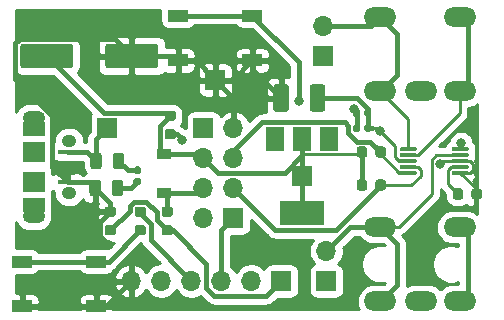
<source format=gbr>
G04 #@! TF.GenerationSoftware,KiCad,Pcbnew,5.1.6+dfsg1-1*
G04 #@! TF.CreationDate,2021-02-27T20:02:43-07:00*
G04 #@! TF.ProjectId,CurrentSensorV1,43757272-656e-4745-9365-6e736f725631,rev?*
G04 #@! TF.SameCoordinates,Original*
G04 #@! TF.FileFunction,Copper,L1,Top*
G04 #@! TF.FilePolarity,Positive*
%FSLAX46Y46*%
G04 Gerber Fmt 4.6, Leading zero omitted, Abs format (unit mm)*
G04 Created by KiCad (PCBNEW 5.1.6+dfsg1-1) date 2021-02-27 20:02:44*
%MOMM*%
%LPD*%
G01*
G04 APERTURE LIST*
G04 #@! TA.AperFunction,ComponentPad*
%ADD10O,2.750000X1.650000*%
G04 #@! TD*
G04 #@! TA.AperFunction,SMDPad,CuDef*
%ADD11R,1.699999X1.000001*%
G04 #@! TD*
G04 #@! TA.AperFunction,SMDPad,CuDef*
%ADD12R,1.500000X2.000000*%
G04 #@! TD*
G04 #@! TA.AperFunction,SMDPad,CuDef*
%ADD13R,3.800000X2.000000*%
G04 #@! TD*
G04 #@! TA.AperFunction,ComponentPad*
%ADD14R,1.700000X1.700000*%
G04 #@! TD*
G04 #@! TA.AperFunction,SMDPad,CuDef*
%ADD15R,1.200000X0.900000*%
G04 #@! TD*
G04 #@! TA.AperFunction,ComponentPad*
%ADD16O,1.250000X1.050000*%
G04 #@! TD*
G04 #@! TA.AperFunction,SMDPad,CuDef*
%ADD17R,0.100000X0.500000*%
G04 #@! TD*
G04 #@! TA.AperFunction,ComponentPad*
%ADD18O,1.900000X1.200000*%
G04 #@! TD*
G04 #@! TA.AperFunction,SMDPad,CuDef*
%ADD19R,1.900000X1.260000*%
G04 #@! TD*
G04 #@! TA.AperFunction,SMDPad,CuDef*
%ADD20R,1.900000X1.800000*%
G04 #@! TD*
G04 #@! TA.AperFunction,SMDPad,CuDef*
%ADD21R,1.778000X0.400050*%
G04 #@! TD*
G04 #@! TA.AperFunction,ComponentPad*
%ADD22O,1.700000X1.700000*%
G04 #@! TD*
G04 #@! TA.AperFunction,ViaPad*
%ADD23C,0.800000*%
G04 #@! TD*
G04 #@! TA.AperFunction,Conductor*
%ADD24C,0.400000*%
G04 #@! TD*
G04 #@! TA.AperFunction,Conductor*
%ADD25C,0.250000*%
G04 #@! TD*
G04 #@! TA.AperFunction,Conductor*
%ADD26C,0.254000*%
G04 #@! TD*
G04 APERTURE END LIST*
D10*
X164327840Y-66532760D03*
X164358320Y-72837040D03*
X167827960Y-72852280D03*
X171048680Y-66558160D03*
X171048680Y-72837040D03*
X164327840Y-84312760D03*
X164358320Y-90617040D03*
X167827960Y-90632280D03*
X171048680Y-84338160D03*
X171048680Y-90617040D03*
D11*
X153517996Y-66425999D03*
X147217999Y-66425999D03*
X153517996Y-70225996D03*
X147217999Y-70225996D03*
D12*
X160034000Y-76860000D03*
X155434000Y-76860000D03*
X157734000Y-76860000D03*
D13*
X157734000Y-83160000D03*
G04 #@! TA.AperFunction,SMDPad,CuDef*
G36*
G01*
X167435000Y-79665000D02*
X167435000Y-79815000D01*
G75*
G02*
X167360000Y-79890000I-75000J0D01*
G01*
X166060000Y-79890000D01*
G75*
G02*
X165985000Y-79815000I0J75000D01*
G01*
X165985000Y-79665000D01*
G75*
G02*
X166060000Y-79590000I75000J0D01*
G01*
X167360000Y-79590000D01*
G75*
G02*
X167435000Y-79665000I0J-75000D01*
G01*
G37*
G04 #@! TD.AperFunction*
G04 #@! TA.AperFunction,SMDPad,CuDef*
G36*
G01*
X167435000Y-79165000D02*
X167435000Y-79315000D01*
G75*
G02*
X167360000Y-79390000I-75000J0D01*
G01*
X166060000Y-79390000D01*
G75*
G02*
X165985000Y-79315000I0J75000D01*
G01*
X165985000Y-79165000D01*
G75*
G02*
X166060000Y-79090000I75000J0D01*
G01*
X167360000Y-79090000D01*
G75*
G02*
X167435000Y-79165000I0J-75000D01*
G01*
G37*
G04 #@! TD.AperFunction*
G04 #@! TA.AperFunction,SMDPad,CuDef*
G36*
G01*
X167435000Y-78665000D02*
X167435000Y-78815000D01*
G75*
G02*
X167360000Y-78890000I-75000J0D01*
G01*
X166060000Y-78890000D01*
G75*
G02*
X165985000Y-78815000I0J75000D01*
G01*
X165985000Y-78665000D01*
G75*
G02*
X166060000Y-78590000I75000J0D01*
G01*
X167360000Y-78590000D01*
G75*
G02*
X167435000Y-78665000I0J-75000D01*
G01*
G37*
G04 #@! TD.AperFunction*
G04 #@! TA.AperFunction,SMDPad,CuDef*
G36*
G01*
X167435000Y-78165000D02*
X167435000Y-78315000D01*
G75*
G02*
X167360000Y-78390000I-75000J0D01*
G01*
X166060000Y-78390000D01*
G75*
G02*
X165985000Y-78315000I0J75000D01*
G01*
X165985000Y-78165000D01*
G75*
G02*
X166060000Y-78090000I75000J0D01*
G01*
X167360000Y-78090000D01*
G75*
G02*
X167435000Y-78165000I0J-75000D01*
G01*
G37*
G04 #@! TD.AperFunction*
G04 #@! TA.AperFunction,SMDPad,CuDef*
G36*
G01*
X167435000Y-77665000D02*
X167435000Y-77815000D01*
G75*
G02*
X167360000Y-77890000I-75000J0D01*
G01*
X166060000Y-77890000D01*
G75*
G02*
X165985000Y-77815000I0J75000D01*
G01*
X165985000Y-77665000D01*
G75*
G02*
X166060000Y-77590000I75000J0D01*
G01*
X167360000Y-77590000D01*
G75*
G02*
X167435000Y-77665000I0J-75000D01*
G01*
G37*
G04 #@! TD.AperFunction*
G04 #@! TA.AperFunction,SMDPad,CuDef*
G36*
G01*
X171835000Y-77665000D02*
X171835000Y-77815000D01*
G75*
G02*
X171760000Y-77890000I-75000J0D01*
G01*
X170460000Y-77890000D01*
G75*
G02*
X170385000Y-77815000I0J75000D01*
G01*
X170385000Y-77665000D01*
G75*
G02*
X170460000Y-77590000I75000J0D01*
G01*
X171760000Y-77590000D01*
G75*
G02*
X171835000Y-77665000I0J-75000D01*
G01*
G37*
G04 #@! TD.AperFunction*
G04 #@! TA.AperFunction,SMDPad,CuDef*
G36*
G01*
X171835000Y-78165000D02*
X171835000Y-78315000D01*
G75*
G02*
X171760000Y-78390000I-75000J0D01*
G01*
X170460000Y-78390000D01*
G75*
G02*
X170385000Y-78315000I0J75000D01*
G01*
X170385000Y-78165000D01*
G75*
G02*
X170460000Y-78090000I75000J0D01*
G01*
X171760000Y-78090000D01*
G75*
G02*
X171835000Y-78165000I0J-75000D01*
G01*
G37*
G04 #@! TD.AperFunction*
G04 #@! TA.AperFunction,SMDPad,CuDef*
G36*
G01*
X171835000Y-78665000D02*
X171835000Y-78815000D01*
G75*
G02*
X171760000Y-78890000I-75000J0D01*
G01*
X170460000Y-78890000D01*
G75*
G02*
X170385000Y-78815000I0J75000D01*
G01*
X170385000Y-78665000D01*
G75*
G02*
X170460000Y-78590000I75000J0D01*
G01*
X171760000Y-78590000D01*
G75*
G02*
X171835000Y-78665000I0J-75000D01*
G01*
G37*
G04 #@! TD.AperFunction*
G04 #@! TA.AperFunction,SMDPad,CuDef*
G36*
G01*
X171835000Y-79165000D02*
X171835000Y-79315000D01*
G75*
G02*
X171760000Y-79390000I-75000J0D01*
G01*
X170460000Y-79390000D01*
G75*
G02*
X170385000Y-79315000I0J75000D01*
G01*
X170385000Y-79165000D01*
G75*
G02*
X170460000Y-79090000I75000J0D01*
G01*
X171760000Y-79090000D01*
G75*
G02*
X171835000Y-79165000I0J-75000D01*
G01*
G37*
G04 #@! TD.AperFunction*
G04 #@! TA.AperFunction,SMDPad,CuDef*
G36*
G01*
X171835000Y-79665000D02*
X171835000Y-79815000D01*
G75*
G02*
X171760000Y-79890000I-75000J0D01*
G01*
X170460000Y-79890000D01*
G75*
G02*
X170385000Y-79815000I0J75000D01*
G01*
X170385000Y-79665000D01*
G75*
G02*
X170460000Y-79590000I75000J0D01*
G01*
X171760000Y-79590000D01*
G75*
G02*
X171835000Y-79665000I0J-75000D01*
G01*
G37*
G04 #@! TD.AperFunction*
D14*
X150368000Y-71882000D03*
X157734000Y-80010000D03*
G04 #@! TA.AperFunction,SMDPad,CuDef*
G36*
G01*
X146301750Y-76042000D02*
X146814250Y-76042000D01*
G75*
G02*
X147033000Y-76260750I0J-218750D01*
G01*
X147033000Y-76698250D01*
G75*
G02*
X146814250Y-76917000I-218750J0D01*
G01*
X146301750Y-76917000D01*
G75*
G02*
X146083000Y-76698250I0J218750D01*
G01*
X146083000Y-76260750D01*
G75*
G02*
X146301750Y-76042000I218750J0D01*
G01*
G37*
G04 #@! TD.AperFunction*
G04 #@! TA.AperFunction,SMDPad,CuDef*
G36*
G01*
X146301750Y-74467000D02*
X146814250Y-74467000D01*
G75*
G02*
X147033000Y-74685750I0J-218750D01*
G01*
X147033000Y-75123250D01*
G75*
G02*
X146814250Y-75342000I-218750J0D01*
G01*
X146301750Y-75342000D01*
G75*
G02*
X146083000Y-75123250I0J218750D01*
G01*
X146083000Y-74685750D01*
G75*
G02*
X146301750Y-74467000I218750J0D01*
G01*
G37*
G04 #@! TD.AperFunction*
G04 #@! TA.AperFunction,SMDPad,CuDef*
G36*
G01*
X141221750Y-84170000D02*
X141734250Y-84170000D01*
G75*
G02*
X141953000Y-84388750I0J-218750D01*
G01*
X141953000Y-84826250D01*
G75*
G02*
X141734250Y-85045000I-218750J0D01*
G01*
X141221750Y-85045000D01*
G75*
G02*
X141003000Y-84826250I0J218750D01*
G01*
X141003000Y-84388750D01*
G75*
G02*
X141221750Y-84170000I218750J0D01*
G01*
G37*
G04 #@! TD.AperFunction*
G04 #@! TA.AperFunction,SMDPad,CuDef*
G36*
G01*
X141221750Y-82595000D02*
X141734250Y-82595000D01*
G75*
G02*
X141953000Y-82813750I0J-218750D01*
G01*
X141953000Y-83251250D01*
G75*
G02*
X141734250Y-83470000I-218750J0D01*
G01*
X141221750Y-83470000D01*
G75*
G02*
X141003000Y-83251250I0J218750D01*
G01*
X141003000Y-82813750D01*
G75*
G02*
X141221750Y-82595000I218750J0D01*
G01*
G37*
G04 #@! TD.AperFunction*
G04 #@! TA.AperFunction,SMDPad,CuDef*
G36*
G01*
X143761750Y-84170000D02*
X144274250Y-84170000D01*
G75*
G02*
X144493000Y-84388750I0J-218750D01*
G01*
X144493000Y-84826250D01*
G75*
G02*
X144274250Y-85045000I-218750J0D01*
G01*
X143761750Y-85045000D01*
G75*
G02*
X143543000Y-84826250I0J218750D01*
G01*
X143543000Y-84388750D01*
G75*
G02*
X143761750Y-84170000I218750J0D01*
G01*
G37*
G04 #@! TD.AperFunction*
G04 #@! TA.AperFunction,SMDPad,CuDef*
G36*
G01*
X143761750Y-82595000D02*
X144274250Y-82595000D01*
G75*
G02*
X144493000Y-82813750I0J-218750D01*
G01*
X144493000Y-83251250D01*
G75*
G02*
X144274250Y-83470000I-218750J0D01*
G01*
X143761750Y-83470000D01*
G75*
G02*
X143543000Y-83251250I0J218750D01*
G01*
X143543000Y-82813750D01*
G75*
G02*
X143761750Y-82595000I218750J0D01*
G01*
G37*
G04 #@! TD.AperFunction*
G04 #@! TA.AperFunction,SMDPad,CuDef*
G36*
G01*
X171354000Y-81277750D02*
X171354000Y-81790250D01*
G75*
G02*
X171135250Y-82009000I-218750J0D01*
G01*
X170697750Y-82009000D01*
G75*
G02*
X170479000Y-81790250I0J218750D01*
G01*
X170479000Y-81277750D01*
G75*
G02*
X170697750Y-81059000I218750J0D01*
G01*
X171135250Y-81059000D01*
G75*
G02*
X171354000Y-81277750I0J-218750D01*
G01*
G37*
G04 #@! TD.AperFunction*
G04 #@! TA.AperFunction,SMDPad,CuDef*
G36*
G01*
X172929000Y-81277750D02*
X172929000Y-81790250D01*
G75*
G02*
X172710250Y-82009000I-218750J0D01*
G01*
X172272750Y-82009000D01*
G75*
G02*
X172054000Y-81790250I0J218750D01*
G01*
X172054000Y-81277750D01*
G75*
G02*
X172272750Y-81059000I218750J0D01*
G01*
X172710250Y-81059000D01*
G75*
G02*
X172929000Y-81277750I0J-218750D01*
G01*
G37*
G04 #@! TD.AperFunction*
G04 #@! TA.AperFunction,SMDPad,CuDef*
G36*
G01*
X163926000Y-81028250D02*
X163926000Y-80515750D01*
G75*
G02*
X164144750Y-80297000I218750J0D01*
G01*
X164582250Y-80297000D01*
G75*
G02*
X164801000Y-80515750I0J-218750D01*
G01*
X164801000Y-81028250D01*
G75*
G02*
X164582250Y-81247000I-218750J0D01*
G01*
X164144750Y-81247000D01*
G75*
G02*
X163926000Y-81028250I0J218750D01*
G01*
G37*
G04 #@! TD.AperFunction*
G04 #@! TA.AperFunction,SMDPad,CuDef*
G36*
G01*
X162351000Y-81028250D02*
X162351000Y-80515750D01*
G75*
G02*
X162569750Y-80297000I218750J0D01*
G01*
X163007250Y-80297000D01*
G75*
G02*
X163226000Y-80515750I0J-218750D01*
G01*
X163226000Y-81028250D01*
G75*
G02*
X163007250Y-81247000I-218750J0D01*
G01*
X162569750Y-81247000D01*
G75*
G02*
X162351000Y-81028250I0J218750D01*
G01*
G37*
G04 #@! TD.AperFunction*
G04 #@! TA.AperFunction,SMDPad,CuDef*
G36*
G01*
X163926000Y-78234250D02*
X163926000Y-77721750D01*
G75*
G02*
X164144750Y-77503000I218750J0D01*
G01*
X164582250Y-77503000D01*
G75*
G02*
X164801000Y-77721750I0J-218750D01*
G01*
X164801000Y-78234250D01*
G75*
G02*
X164582250Y-78453000I-218750J0D01*
G01*
X164144750Y-78453000D01*
G75*
G02*
X163926000Y-78234250I0J218750D01*
G01*
G37*
G04 #@! TD.AperFunction*
G04 #@! TA.AperFunction,SMDPad,CuDef*
G36*
G01*
X162351000Y-78234250D02*
X162351000Y-77721750D01*
G75*
G02*
X162569750Y-77503000I218750J0D01*
G01*
X163007250Y-77503000D01*
G75*
G02*
X163226000Y-77721750I0J-218750D01*
G01*
X163226000Y-78234250D01*
G75*
G02*
X163007250Y-78453000I-218750J0D01*
G01*
X162569750Y-78453000D01*
G75*
G02*
X162351000Y-78234250I0J218750D01*
G01*
G37*
G04 #@! TD.AperFunction*
G04 #@! TA.AperFunction,SMDPad,CuDef*
G36*
G01*
X140774000Y-78283750D02*
X140774000Y-79196250D01*
G75*
G02*
X140530250Y-79440000I-243750J0D01*
G01*
X140042750Y-79440000D01*
G75*
G02*
X139799000Y-79196250I0J243750D01*
G01*
X139799000Y-78283750D01*
G75*
G02*
X140042750Y-78040000I243750J0D01*
G01*
X140530250Y-78040000D01*
G75*
G02*
X140774000Y-78283750I0J-243750D01*
G01*
G37*
G04 #@! TD.AperFunction*
G04 #@! TA.AperFunction,SMDPad,CuDef*
G36*
G01*
X142649000Y-78283750D02*
X142649000Y-79196250D01*
G75*
G02*
X142405250Y-79440000I-243750J0D01*
G01*
X141917750Y-79440000D01*
G75*
G02*
X141674000Y-79196250I0J243750D01*
G01*
X141674000Y-78283750D01*
G75*
G02*
X141917750Y-78040000I243750J0D01*
G01*
X142405250Y-78040000D01*
G75*
G02*
X142649000Y-78283750I0J-243750D01*
G01*
G37*
G04 #@! TD.AperFunction*
G04 #@! TA.AperFunction,SMDPad,CuDef*
G36*
G01*
X140695500Y-80569750D02*
X140695500Y-81482250D01*
G75*
G02*
X140451750Y-81726000I-243750J0D01*
G01*
X139964250Y-81726000D01*
G75*
G02*
X139720500Y-81482250I0J243750D01*
G01*
X139720500Y-80569750D01*
G75*
G02*
X139964250Y-80326000I243750J0D01*
G01*
X140451750Y-80326000D01*
G75*
G02*
X140695500Y-80569750I0J-243750D01*
G01*
G37*
G04 #@! TD.AperFunction*
G04 #@! TA.AperFunction,SMDPad,CuDef*
G36*
G01*
X142570500Y-80569750D02*
X142570500Y-81482250D01*
G75*
G02*
X142326750Y-81726000I-243750J0D01*
G01*
X141839250Y-81726000D01*
G75*
G02*
X141595500Y-81482250I0J243750D01*
G01*
X141595500Y-80569750D01*
G75*
G02*
X141839250Y-80326000I243750J0D01*
G01*
X142326750Y-80326000D01*
G75*
G02*
X142570500Y-80569750I0J-243750D01*
G01*
G37*
G04 #@! TD.AperFunction*
D15*
X146050000Y-81406000D03*
X146050000Y-78106000D03*
G04 #@! TA.AperFunction,SMDPad,CuDef*
G36*
G01*
X146047750Y-84170000D02*
X146560250Y-84170000D01*
G75*
G02*
X146779000Y-84388750I0J-218750D01*
G01*
X146779000Y-84826250D01*
G75*
G02*
X146560250Y-85045000I-218750J0D01*
G01*
X146047750Y-85045000D01*
G75*
G02*
X145829000Y-84826250I0J218750D01*
G01*
X145829000Y-84388750D01*
G75*
G02*
X146047750Y-84170000I218750J0D01*
G01*
G37*
G04 #@! TD.AperFunction*
G04 #@! TA.AperFunction,SMDPad,CuDef*
G36*
G01*
X146047750Y-82595000D02*
X146560250Y-82595000D01*
G75*
G02*
X146779000Y-82813750I0J-218750D01*
G01*
X146779000Y-83251250D01*
G75*
G02*
X146560250Y-83470000I-218750J0D01*
G01*
X146047750Y-83470000D01*
G75*
G02*
X145829000Y-83251250I0J218750D01*
G01*
X145829000Y-82813750D01*
G75*
G02*
X146047750Y-82595000I218750J0D01*
G01*
G37*
G04 #@! TD.AperFunction*
G04 #@! TA.AperFunction,SMDPad,CuDef*
G36*
G01*
X163004000Y-74848500D02*
X163004000Y-74503500D01*
G75*
G02*
X163151500Y-74356000I147500J0D01*
G01*
X163446500Y-74356000D01*
G75*
G02*
X163594000Y-74503500I0J-147500D01*
G01*
X163594000Y-74848500D01*
G75*
G02*
X163446500Y-74996000I-147500J0D01*
G01*
X163151500Y-74996000D01*
G75*
G02*
X163004000Y-74848500I0J147500D01*
G01*
G37*
G04 #@! TD.AperFunction*
G04 #@! TA.AperFunction,SMDPad,CuDef*
G36*
G01*
X162034000Y-74848500D02*
X162034000Y-74503500D01*
G75*
G02*
X162181500Y-74356000I147500J0D01*
G01*
X162476500Y-74356000D01*
G75*
G02*
X162624000Y-74503500I0J-147500D01*
G01*
X162624000Y-74848500D01*
G75*
G02*
X162476500Y-74996000I-147500J0D01*
G01*
X162181500Y-74996000D01*
G75*
G02*
X162034000Y-74848500I0J147500D01*
G01*
G37*
G04 #@! TD.AperFunction*
G04 #@! TA.AperFunction,SMDPad,CuDef*
G36*
G01*
X141050000Y-70650000D02*
X141050000Y-69050000D01*
G75*
G02*
X141300000Y-68800000I250000J0D01*
G01*
X145300000Y-68800000D01*
G75*
G02*
X145550000Y-69050000I0J-250000D01*
G01*
X145550000Y-70650000D01*
G75*
G02*
X145300000Y-70900000I-250000J0D01*
G01*
X141300000Y-70900000D01*
G75*
G02*
X141050000Y-70650000I0J250000D01*
G01*
G37*
G04 #@! TD.AperFunction*
G04 #@! TA.AperFunction,SMDPad,CuDef*
G36*
G01*
X133850000Y-70650000D02*
X133850000Y-69050000D01*
G75*
G02*
X134100000Y-68800000I250000J0D01*
G01*
X138100000Y-68800000D01*
G75*
G02*
X138350000Y-69050000I0J-250000D01*
G01*
X138350000Y-70650000D01*
G75*
G02*
X138100000Y-70900000I-250000J0D01*
G01*
X134100000Y-70900000D01*
G75*
G02*
X133850000Y-70650000I0J250000D01*
G01*
G37*
G04 #@! TD.AperFunction*
G04 #@! TA.AperFunction,SMDPad,CuDef*
G36*
G01*
X162624000Y-75773500D02*
X162624000Y-76118500D01*
G75*
G02*
X162476500Y-76266000I-147500J0D01*
G01*
X162181500Y-76266000D01*
G75*
G02*
X162034000Y-76118500I0J147500D01*
G01*
X162034000Y-75773500D01*
G75*
G02*
X162181500Y-75626000I147500J0D01*
G01*
X162476500Y-75626000D01*
G75*
G02*
X162624000Y-75773500I0J-147500D01*
G01*
G37*
G04 #@! TD.AperFunction*
G04 #@! TA.AperFunction,SMDPad,CuDef*
G36*
G01*
X163594000Y-75773500D02*
X163594000Y-76118500D01*
G75*
G02*
X163446500Y-76266000I-147500J0D01*
G01*
X163151500Y-76266000D01*
G75*
G02*
X163004000Y-76118500I0J147500D01*
G01*
X163004000Y-75773500D01*
G75*
G02*
X163151500Y-75626000I147500J0D01*
G01*
X163446500Y-75626000D01*
G75*
G02*
X163594000Y-75773500I0J-147500D01*
G01*
G37*
G04 #@! TD.AperFunction*
G04 #@! TA.AperFunction,SMDPad,CuDef*
G36*
G01*
X156605000Y-72480999D02*
X156605000Y-74331001D01*
G75*
G02*
X156355001Y-74581000I-249999J0D01*
G01*
X155529999Y-74581000D01*
G75*
G02*
X155280000Y-74331001I0J249999D01*
G01*
X155280000Y-72480999D01*
G75*
G02*
X155529999Y-72231000I249999J0D01*
G01*
X156355001Y-72231000D01*
G75*
G02*
X156605000Y-72480999I0J-249999D01*
G01*
G37*
G04 #@! TD.AperFunction*
G04 #@! TA.AperFunction,SMDPad,CuDef*
G36*
G01*
X159680000Y-72480999D02*
X159680000Y-74331001D01*
G75*
G02*
X159430001Y-74581000I-249999J0D01*
G01*
X158604999Y-74581000D01*
G75*
G02*
X158355000Y-74331001I0J249999D01*
G01*
X158355000Y-72480999D01*
G75*
G02*
X158604999Y-72231000I249999J0D01*
G01*
X159430001Y-72231000D01*
G75*
G02*
X159680000Y-72480999I0J-249999D01*
G01*
G37*
G04 #@! TD.AperFunction*
G04 #@! TA.AperFunction,SMDPad,CuDef*
G36*
G01*
X143591500Y-80200000D02*
X143936500Y-80200000D01*
G75*
G02*
X144084000Y-80347500I0J-147500D01*
G01*
X144084000Y-80642500D01*
G75*
G02*
X143936500Y-80790000I-147500J0D01*
G01*
X143591500Y-80790000D01*
G75*
G02*
X143444000Y-80642500I0J147500D01*
G01*
X143444000Y-80347500D01*
G75*
G02*
X143591500Y-80200000I147500J0D01*
G01*
G37*
G04 #@! TD.AperFunction*
G04 #@! TA.AperFunction,SMDPad,CuDef*
G36*
G01*
X143591500Y-79230000D02*
X143936500Y-79230000D01*
G75*
G02*
X144084000Y-79377500I0J-147500D01*
G01*
X144084000Y-79672500D01*
G75*
G02*
X143936500Y-79820000I-147500J0D01*
G01*
X143591500Y-79820000D01*
G75*
G02*
X143444000Y-79672500I0J147500D01*
G01*
X143444000Y-79377500D01*
G75*
G02*
X143591500Y-79230000I147500J0D01*
G01*
G37*
G04 #@! TD.AperFunction*
D16*
X137993000Y-77023000D03*
D17*
X134093000Y-75358000D03*
X135893000Y-75358000D03*
D18*
X134993000Y-75073000D03*
D19*
X134993000Y-76008000D03*
D17*
X134093000Y-83148000D03*
D20*
X134993000Y-80523000D03*
D21*
X137871200Y-77948000D03*
X137871200Y-80548000D03*
D20*
X134993000Y-77973000D03*
D18*
X134993000Y-83423000D03*
D19*
X134993000Y-82488000D03*
D17*
X135893000Y-83138000D03*
D16*
X137993000Y-81473000D03*
D14*
X141224000Y-75946000D03*
D11*
X134010004Y-91054001D03*
X140310001Y-91054001D03*
X134010004Y-87254004D03*
X140310001Y-87254004D03*
D22*
X149352000Y-83566000D03*
X149352000Y-81026000D03*
X149352000Y-78486000D03*
D14*
X149352000Y-75946000D03*
D22*
X159512000Y-67310000D03*
D14*
X159512000Y-69850000D03*
D22*
X159766000Y-86360000D03*
D14*
X159766000Y-88900000D03*
D22*
X151892000Y-75946000D03*
X151892000Y-78486000D03*
X151892000Y-81026000D03*
D14*
X151892000Y-83566000D03*
D22*
X143256000Y-88900000D03*
X145796000Y-88900000D03*
X148336000Y-88900000D03*
X150876000Y-88900000D03*
X153416000Y-88900000D03*
D14*
X155956000Y-88900000D03*
D23*
X157734000Y-83160000D03*
X162788500Y-80772000D03*
X164338000Y-76200000D03*
X155434000Y-76860000D03*
X157480000Y-73660000D03*
X164363500Y-80772000D03*
X169418000Y-78994000D03*
X162109686Y-74364314D03*
X160020000Y-76962000D03*
X141372440Y-85852000D03*
X147574000Y-76962000D03*
X171196000Y-77216000D03*
D24*
X148972000Y-78106000D02*
X149352000Y-78486000D01*
X146050000Y-78106000D02*
X148972000Y-78106000D01*
X146349499Y-74695999D02*
X140945999Y-74695999D01*
X140945999Y-74695999D02*
X136100000Y-69850000D01*
X146558000Y-74904500D02*
X146349499Y-74695999D01*
X145682990Y-75779510D02*
X146558000Y-74904500D01*
X145682990Y-77738990D02*
X145682990Y-75779510D01*
X146050000Y-78106000D02*
X145682990Y-77738990D01*
X157734000Y-76860000D02*
X157734000Y-80010000D01*
X157734000Y-80010000D02*
X157734000Y-83160000D01*
X157734000Y-78260000D02*
X157734000Y-76860000D01*
X156257999Y-79736001D02*
X157734000Y-78260000D01*
X150602001Y-79736001D02*
X156257999Y-79736001D01*
X149352000Y-78486000D02*
X150602001Y-79736001D01*
X163299000Y-75946000D02*
X163299000Y-74676000D01*
X163299000Y-75946000D02*
X163681560Y-75946000D01*
X162788500Y-78511500D02*
X162788500Y-77978000D01*
X162788500Y-80772000D02*
X162788500Y-78511500D01*
X162349000Y-73406000D02*
X159017500Y-73406000D01*
X163299000Y-74356000D02*
X162349000Y-73406000D01*
X163299000Y-74676000D02*
X163299000Y-74356000D01*
D25*
X164084000Y-75946000D02*
X163681560Y-75946000D01*
X164338000Y-76200000D02*
X164084000Y-75946000D01*
X165919298Y-78740000D02*
X165608000Y-78428702D01*
X166710000Y-78740000D02*
X165919298Y-78740000D01*
X165608000Y-77470000D02*
X164338000Y-76200000D01*
X165608000Y-78428702D02*
X165608000Y-77470000D01*
X162581499Y-78185001D02*
X162788500Y-77978000D01*
X157809001Y-78185001D02*
X162581499Y-78185001D01*
X157734000Y-78110000D02*
X157809001Y-78185001D01*
X157734000Y-76860000D02*
X157734000Y-78110000D01*
D24*
X144018000Y-83170042D02*
X144018000Y-83032500D01*
X144893010Y-84045052D02*
X144018000Y-83170042D01*
X144893010Y-85457010D02*
X144893010Y-84045052D01*
X148336000Y-88900000D02*
X144893010Y-85457010D01*
X140286500Y-76883500D02*
X141224000Y-75946000D01*
X140286500Y-78740000D02*
X140286500Y-76883500D01*
X140286500Y-78740000D02*
X139524500Y-77978000D01*
X137901200Y-77978000D02*
X137871200Y-77948000D01*
X139524500Y-77978000D02*
X137901200Y-77978000D01*
X163488490Y-77102990D02*
X164363500Y-77978000D01*
X162391692Y-77102990D02*
X163488490Y-77102990D01*
X161633990Y-75781990D02*
X161633990Y-76345288D01*
X161633990Y-76345288D02*
X162391692Y-77102990D01*
X161311999Y-75459999D02*
X161633990Y-75781990D01*
X154363999Y-75459999D02*
X161311999Y-75459999D01*
X151892000Y-77931998D02*
X154363999Y-75459999D01*
X151892000Y-78486000D02*
X151892000Y-77931998D01*
D25*
X164483510Y-78098010D02*
X164363500Y-77978000D01*
X164363500Y-78184202D02*
X164363500Y-77978000D01*
X165919298Y-79740000D02*
X164363500Y-78184202D01*
X166710000Y-79740000D02*
X165919298Y-79740000D01*
D24*
X147217999Y-66425999D02*
X153517996Y-66425999D01*
X160575499Y-84560001D02*
X164363500Y-80772000D01*
X155426001Y-84560001D02*
X160575499Y-84560001D01*
X151892000Y-81026000D02*
X155426001Y-84560001D01*
D25*
X166968702Y-80772000D02*
X164363500Y-80772000D01*
X167760010Y-79980692D02*
X166968702Y-80772000D01*
X167760010Y-79499308D02*
X167760010Y-79980692D01*
X167500702Y-79240000D02*
X167760010Y-79499308D01*
X166710000Y-79240000D02*
X167500702Y-79240000D01*
D24*
X157480000Y-70388003D02*
X153517996Y-66425999D01*
X157480000Y-73660000D02*
X157480000Y-70388003D01*
X143233000Y-81026000D02*
X143764000Y-80495000D01*
X142083000Y-81026000D02*
X143233000Y-81026000D01*
X143764000Y-79525000D02*
X143764000Y-79326500D01*
X142946500Y-79525000D02*
X142161500Y-78740000D01*
X143764000Y-79525000D02*
X142946500Y-79525000D01*
X139730000Y-80548000D02*
X140208000Y-81026000D01*
X137871200Y-80548000D02*
X139730000Y-80548000D01*
X134010004Y-91054001D02*
X140310001Y-91054001D01*
X141101999Y-91054001D02*
X143256000Y-88900000D01*
X140310001Y-91054001D02*
X141101999Y-91054001D01*
X146842003Y-69850000D02*
X147217999Y-70225996D01*
X143300000Y-69850000D02*
X146842003Y-69850000D01*
X148711996Y-70225996D02*
X150368000Y-71882000D01*
X147217999Y-70225996D02*
X148711996Y-70225996D01*
X151861992Y-71882000D02*
X153517996Y-70225996D01*
X150368000Y-71882000D02*
X151861992Y-71882000D01*
X151892000Y-73406000D02*
X150368000Y-71882000D01*
X151892000Y-75946000D02*
X151892000Y-73406000D01*
X136582199Y-79258999D02*
X137871200Y-80548000D01*
X136582199Y-74897972D02*
X136582199Y-79258999D01*
X133449990Y-71765763D02*
X136582199Y-74897972D01*
X133449990Y-68780754D02*
X133449990Y-71765763D01*
X133830754Y-68399990D02*
X133449990Y-68780754D01*
X141849990Y-68399990D02*
X133830754Y-68399990D01*
X143300000Y-69850000D02*
X141849990Y-68399990D01*
X162329000Y-74676000D02*
X162329000Y-75946000D01*
X153517996Y-70981496D02*
X153517996Y-70225996D01*
X155942500Y-73406000D02*
X153517996Y-70981496D01*
D25*
X172491500Y-81121500D02*
X171110000Y-79740000D01*
X172491500Y-81534000D02*
X172491500Y-81121500D01*
X171900702Y-79740000D02*
X171110000Y-79740000D01*
X172160010Y-79480692D02*
X171900702Y-79740000D01*
X172160010Y-78999308D02*
X172160010Y-79480692D01*
X171900702Y-78740000D02*
X172160010Y-78999308D01*
X171110000Y-78740000D02*
X171900702Y-78740000D01*
X169672000Y-78740000D02*
X169418000Y-78994000D01*
X171110000Y-78740000D02*
X169672000Y-78740000D01*
X162109686Y-74456686D02*
X162329000Y-74676000D01*
X162109686Y-74364314D02*
X162109686Y-74456686D01*
X160034000Y-76948000D02*
X160020000Y-76962000D01*
X160034000Y-76860000D02*
X160034000Y-76948000D01*
D24*
X141478000Y-82296000D02*
X140208000Y-81026000D01*
X141478000Y-83032500D02*
X141478000Y-82296000D01*
X140602990Y-85082550D02*
X141372440Y-85852000D01*
X140602990Y-83907510D02*
X140602990Y-85082550D01*
X141478000Y-83032500D02*
X140602990Y-83907510D01*
X141372440Y-85852000D02*
X141372440Y-85852000D01*
X145428990Y-83732490D02*
X146304000Y-84607500D01*
X145428990Y-83093430D02*
X145428990Y-83732490D01*
X144530550Y-82194990D02*
X145428990Y-83093430D01*
X143505450Y-82194990D02*
X144530550Y-82194990D01*
X143142990Y-82557450D02*
X143505450Y-82194990D01*
X143142990Y-82942510D02*
X143142990Y-82557450D01*
X141478000Y-84607500D02*
X143142990Y-82942510D01*
X154705999Y-90150001D02*
X155956000Y-88900000D01*
X150275999Y-90150001D02*
X154705999Y-90150001D01*
X149625999Y-89500001D02*
X150275999Y-90150001D01*
X149625999Y-87454499D02*
X149625999Y-89500001D01*
X146779000Y-84607500D02*
X149625999Y-87454499D01*
X146304000Y-84607500D02*
X146779000Y-84607500D01*
X146304000Y-81660000D02*
X146050000Y-81406000D01*
X146304000Y-83032500D02*
X146304000Y-81660000D01*
X148972000Y-81406000D02*
X149352000Y-81026000D01*
X146050000Y-81406000D02*
X148972000Y-81406000D01*
X147091500Y-76479500D02*
X147574000Y-76962000D01*
X146558000Y-76479500D02*
X147091500Y-76479500D01*
X150876000Y-84582000D02*
X151892000Y-83566000D01*
X150876000Y-88900000D02*
X150876000Y-84582000D01*
X171752721Y-85042201D02*
X171048680Y-84338160D01*
X171752721Y-89912999D02*
X171752721Y-85042201D01*
X171048680Y-90617040D02*
X171752721Y-89912999D01*
D25*
X171196000Y-77654000D02*
X171110000Y-77740000D01*
X171196000Y-77216000D02*
X171196000Y-77654000D01*
D24*
X163550600Y-67310000D02*
X164327840Y-66532760D01*
X159512000Y-67310000D02*
X163550600Y-67310000D01*
X165743081Y-71452279D02*
X164358320Y-72837040D01*
X165743081Y-67948001D02*
X165743081Y-71452279D01*
X164327840Y-66532760D02*
X165743081Y-67948001D01*
D25*
X166710000Y-75188720D02*
X164358320Y-72837040D01*
X166710000Y-77740000D02*
X166710000Y-75188720D01*
D24*
X171752721Y-67262201D02*
X171752721Y-72132999D01*
X171752721Y-72132999D02*
X171048680Y-72837040D01*
X171048680Y-66558160D02*
X171752721Y-67262201D01*
D25*
X171048680Y-74692022D02*
X171048680Y-72837040D01*
X167500702Y-78240000D02*
X171048680Y-74692022D01*
X166710000Y-78240000D02*
X167500702Y-78240000D01*
X170059990Y-79499308D02*
X170319298Y-79240000D01*
X170319298Y-79240000D02*
X171110000Y-79240000D01*
X170059990Y-80677490D02*
X170059990Y-79499308D01*
X170916500Y-81534000D02*
X170059990Y-80677490D01*
D24*
X134010004Y-87254004D02*
X140310001Y-87254004D01*
X141371496Y-87254004D02*
X144018000Y-84607500D01*
X140310001Y-87254004D02*
X141371496Y-87254004D01*
X165743081Y-85728001D02*
X164327840Y-84312760D01*
X165743081Y-89232279D02*
X165743081Y-85728001D01*
X164358320Y-90617040D02*
X165743081Y-89232279D01*
X161813240Y-84312760D02*
X159766000Y-86360000D01*
X164327840Y-84312760D02*
X161813240Y-84312760D01*
D25*
X171110000Y-78240000D02*
X170319298Y-78240000D01*
X169098998Y-78240000D02*
X171110000Y-78240000D01*
X168692999Y-78645999D02*
X169098998Y-78240000D01*
X168692999Y-81572601D02*
X168692999Y-78645999D01*
X165952840Y-84312760D02*
X168692999Y-81572601D01*
X164327840Y-84312760D02*
X165952840Y-84312760D01*
D26*
G36*
X154806560Y-85121428D02*
G01*
X154832710Y-85153292D01*
X154896799Y-85205888D01*
X154959855Y-85257637D01*
X155104914Y-85335173D01*
X155262312Y-85382919D01*
X155426000Y-85399041D01*
X155467019Y-85395001D01*
X158630892Y-85395001D01*
X158612525Y-85413368D01*
X158450010Y-85656589D01*
X158338068Y-85926842D01*
X158281000Y-86213740D01*
X158281000Y-86506260D01*
X158338068Y-86793158D01*
X158450010Y-87063411D01*
X158612525Y-87306632D01*
X158744380Y-87438487D01*
X158671820Y-87460498D01*
X158561506Y-87519463D01*
X158464815Y-87598815D01*
X158385463Y-87695506D01*
X158326498Y-87805820D01*
X158290188Y-87925518D01*
X158277928Y-88050000D01*
X158277928Y-89750000D01*
X158290188Y-89874482D01*
X158326498Y-89994180D01*
X158385463Y-90104494D01*
X158464815Y-90201185D01*
X158561506Y-90280537D01*
X158671820Y-90339502D01*
X158791518Y-90375812D01*
X158916000Y-90388072D01*
X160616000Y-90388072D01*
X160740482Y-90375812D01*
X160860180Y-90339502D01*
X160970494Y-90280537D01*
X161067185Y-90201185D01*
X161146537Y-90104494D01*
X161205502Y-89994180D01*
X161241812Y-89874482D01*
X161254072Y-89750000D01*
X161254072Y-88050000D01*
X161241812Y-87925518D01*
X161205502Y-87805820D01*
X161146537Y-87695506D01*
X161067185Y-87598815D01*
X160970494Y-87519463D01*
X160860180Y-87460498D01*
X160787620Y-87438487D01*
X160919475Y-87306632D01*
X161081990Y-87063411D01*
X161193932Y-86793158D01*
X161251000Y-86506260D01*
X161251000Y-86213740D01*
X161224807Y-86082061D01*
X162159109Y-85147760D01*
X162574388Y-85147760D01*
X162740469Y-85350131D01*
X162962783Y-85532579D01*
X163216419Y-85668150D01*
X163491630Y-85751635D01*
X163706117Y-85772760D01*
X164606972Y-85772760D01*
X164713352Y-85879140D01*
X164504113Y-85837520D01*
X164182047Y-85837520D01*
X163866168Y-85900352D01*
X163568617Y-86023602D01*
X163300828Y-86202533D01*
X163073093Y-86430268D01*
X162894162Y-86698057D01*
X162770912Y-86995608D01*
X162708080Y-87311487D01*
X162708080Y-87633553D01*
X162770912Y-87949432D01*
X162894162Y-88246983D01*
X163073093Y-88514772D01*
X163300828Y-88742507D01*
X163568617Y-88921438D01*
X163866168Y-89044688D01*
X164182047Y-89107520D01*
X164504113Y-89107520D01*
X164732376Y-89062116D01*
X164637452Y-89157040D01*
X163736597Y-89157040D01*
X163522110Y-89178165D01*
X163246899Y-89261650D01*
X162993263Y-89397221D01*
X162770949Y-89579669D01*
X162588501Y-89801983D01*
X162452930Y-90055619D01*
X162369445Y-90330830D01*
X162341256Y-90617040D01*
X162369445Y-90903250D01*
X162452930Y-91178461D01*
X162511480Y-91288000D01*
X141743249Y-91288000D01*
X141636250Y-91181001D01*
X140437001Y-91181001D01*
X140437001Y-91201001D01*
X140183001Y-91201001D01*
X140183001Y-91181001D01*
X138983752Y-91181001D01*
X138876753Y-91288000D01*
X135443252Y-91288000D01*
X135336253Y-91181001D01*
X134137004Y-91181001D01*
X134137004Y-91201001D01*
X133883004Y-91201001D01*
X133883004Y-91181001D01*
X133863004Y-91181001D01*
X133863004Y-90927001D01*
X133883004Y-90927001D01*
X133883004Y-90077751D01*
X134137004Y-90077751D01*
X134137004Y-90927001D01*
X135336253Y-90927001D01*
X135495003Y-90768251D01*
X135498075Y-90554001D01*
X138821930Y-90554001D01*
X138825002Y-90768251D01*
X138983752Y-90927001D01*
X140183001Y-90927001D01*
X140183001Y-90077751D01*
X140437001Y-90077751D01*
X140437001Y-90927001D01*
X141636250Y-90927001D01*
X141795000Y-90768251D01*
X141798072Y-90554001D01*
X141785812Y-90429519D01*
X141749502Y-90309821D01*
X141690537Y-90199507D01*
X141611185Y-90102816D01*
X141514494Y-90023464D01*
X141404180Y-89964499D01*
X141284482Y-89928189D01*
X141160000Y-89915929D01*
X140595751Y-89919001D01*
X140437001Y-90077751D01*
X140183001Y-90077751D01*
X140024251Y-89919001D01*
X139460002Y-89915929D01*
X139335520Y-89928189D01*
X139215822Y-89964499D01*
X139105508Y-90023464D01*
X139008817Y-90102816D01*
X138929465Y-90199507D01*
X138870500Y-90309821D01*
X138834190Y-90429519D01*
X138821930Y-90554001D01*
X135498075Y-90554001D01*
X135485815Y-90429519D01*
X135449505Y-90309821D01*
X135390540Y-90199507D01*
X135311188Y-90102816D01*
X135214497Y-90023464D01*
X135104183Y-89964499D01*
X134984485Y-89928189D01*
X134860003Y-89915929D01*
X134295754Y-89919001D01*
X134137004Y-90077751D01*
X133883004Y-90077751D01*
X133724254Y-89919001D01*
X133502000Y-89917791D01*
X133502000Y-89256891D01*
X141814519Y-89256891D01*
X141911843Y-89531252D01*
X142060822Y-89781355D01*
X142255731Y-89997588D01*
X142489080Y-90171641D01*
X142751901Y-90296825D01*
X142899110Y-90341476D01*
X143129000Y-90220155D01*
X143129000Y-89027000D01*
X141935186Y-89027000D01*
X141814519Y-89256891D01*
X133502000Y-89256891D01*
X133502000Y-88543109D01*
X141814519Y-88543109D01*
X141935186Y-88773000D01*
X143129000Y-88773000D01*
X143129000Y-87579845D01*
X142899110Y-87458524D01*
X142751901Y-87503175D01*
X142489080Y-87628359D01*
X142255731Y-87802412D01*
X142060822Y-88018645D01*
X141911843Y-88268748D01*
X141814519Y-88543109D01*
X133502000Y-88543109D01*
X133502000Y-88392076D01*
X134860003Y-88392076D01*
X134984485Y-88379816D01*
X135104183Y-88343506D01*
X135214497Y-88284541D01*
X135311188Y-88205189D01*
X135390540Y-88108498D01*
X135400960Y-88089004D01*
X138919045Y-88089004D01*
X138929465Y-88108498D01*
X139008817Y-88205189D01*
X139105508Y-88284541D01*
X139215822Y-88343506D01*
X139335520Y-88379816D01*
X139460002Y-88392076D01*
X141160000Y-88392076D01*
X141284482Y-88379816D01*
X141404180Y-88343506D01*
X141514494Y-88284541D01*
X141611185Y-88205189D01*
X141690537Y-88108498D01*
X141749077Y-87998979D01*
X141837642Y-87951640D01*
X141964787Y-87847295D01*
X141990942Y-87815425D01*
X144096992Y-85709376D01*
X144117838Y-85778096D01*
X144195374Y-85923155D01*
X144299719Y-86050301D01*
X144331589Y-86076456D01*
X145670133Y-87415000D01*
X145649740Y-87415000D01*
X145362842Y-87472068D01*
X145092589Y-87584010D01*
X144849368Y-87746525D01*
X144642525Y-87953368D01*
X144520805Y-88135534D01*
X144451178Y-88018645D01*
X144256269Y-87802412D01*
X144022920Y-87628359D01*
X143760099Y-87503175D01*
X143612890Y-87458524D01*
X143383000Y-87579845D01*
X143383000Y-88773000D01*
X143403000Y-88773000D01*
X143403000Y-89027000D01*
X143383000Y-89027000D01*
X143383000Y-90220155D01*
X143612890Y-90341476D01*
X143760099Y-90296825D01*
X144022920Y-90171641D01*
X144256269Y-89997588D01*
X144451178Y-89781355D01*
X144520805Y-89664466D01*
X144642525Y-89846632D01*
X144849368Y-90053475D01*
X145092589Y-90215990D01*
X145362842Y-90327932D01*
X145649740Y-90385000D01*
X145942260Y-90385000D01*
X146229158Y-90327932D01*
X146499411Y-90215990D01*
X146742632Y-90053475D01*
X146949475Y-89846632D01*
X147066000Y-89672240D01*
X147182525Y-89846632D01*
X147389368Y-90053475D01*
X147632589Y-90215990D01*
X147902842Y-90327932D01*
X148189740Y-90385000D01*
X148482260Y-90385000D01*
X148769158Y-90327932D01*
X149039411Y-90215990D01*
X149112371Y-90167240D01*
X149656562Y-90711432D01*
X149682708Y-90743292D01*
X149714567Y-90769438D01*
X149714569Y-90769440D01*
X149809853Y-90847637D01*
X149954912Y-90925173D01*
X150112310Y-90972919D01*
X150275999Y-90989041D01*
X150317017Y-90985001D01*
X154664981Y-90985001D01*
X154705999Y-90989041D01*
X154747017Y-90985001D01*
X154747018Y-90985001D01*
X154869688Y-90972919D01*
X155027086Y-90925173D01*
X155172145Y-90847637D01*
X155299290Y-90743292D01*
X155325445Y-90711422D01*
X155648795Y-90388072D01*
X156806000Y-90388072D01*
X156930482Y-90375812D01*
X157050180Y-90339502D01*
X157160494Y-90280537D01*
X157257185Y-90201185D01*
X157336537Y-90104494D01*
X157395502Y-89994180D01*
X157431812Y-89874482D01*
X157444072Y-89750000D01*
X157444072Y-88050000D01*
X157431812Y-87925518D01*
X157395502Y-87805820D01*
X157336537Y-87695506D01*
X157257185Y-87598815D01*
X157160494Y-87519463D01*
X157050180Y-87460498D01*
X156930482Y-87424188D01*
X156806000Y-87411928D01*
X155106000Y-87411928D01*
X154981518Y-87424188D01*
X154861820Y-87460498D01*
X154751506Y-87519463D01*
X154654815Y-87598815D01*
X154575463Y-87695506D01*
X154516498Y-87805820D01*
X154494487Y-87878380D01*
X154362632Y-87746525D01*
X154119411Y-87584010D01*
X153849158Y-87472068D01*
X153562260Y-87415000D01*
X153269740Y-87415000D01*
X152982842Y-87472068D01*
X152712589Y-87584010D01*
X152469368Y-87746525D01*
X152262525Y-87953368D01*
X152146000Y-88127760D01*
X152029475Y-87953368D01*
X151822632Y-87746525D01*
X151711000Y-87671935D01*
X151711000Y-85054072D01*
X152742000Y-85054072D01*
X152866482Y-85041812D01*
X152986180Y-85005502D01*
X153096494Y-84946537D01*
X153193185Y-84867185D01*
X153272537Y-84770494D01*
X153331502Y-84660180D01*
X153367812Y-84540482D01*
X153380072Y-84416000D01*
X153380072Y-83694940D01*
X154806560Y-85121428D01*
G37*
X154806560Y-85121428D02*
X154832710Y-85153292D01*
X154896799Y-85205888D01*
X154959855Y-85257637D01*
X155104914Y-85335173D01*
X155262312Y-85382919D01*
X155426000Y-85399041D01*
X155467019Y-85395001D01*
X158630892Y-85395001D01*
X158612525Y-85413368D01*
X158450010Y-85656589D01*
X158338068Y-85926842D01*
X158281000Y-86213740D01*
X158281000Y-86506260D01*
X158338068Y-86793158D01*
X158450010Y-87063411D01*
X158612525Y-87306632D01*
X158744380Y-87438487D01*
X158671820Y-87460498D01*
X158561506Y-87519463D01*
X158464815Y-87598815D01*
X158385463Y-87695506D01*
X158326498Y-87805820D01*
X158290188Y-87925518D01*
X158277928Y-88050000D01*
X158277928Y-89750000D01*
X158290188Y-89874482D01*
X158326498Y-89994180D01*
X158385463Y-90104494D01*
X158464815Y-90201185D01*
X158561506Y-90280537D01*
X158671820Y-90339502D01*
X158791518Y-90375812D01*
X158916000Y-90388072D01*
X160616000Y-90388072D01*
X160740482Y-90375812D01*
X160860180Y-90339502D01*
X160970494Y-90280537D01*
X161067185Y-90201185D01*
X161146537Y-90104494D01*
X161205502Y-89994180D01*
X161241812Y-89874482D01*
X161254072Y-89750000D01*
X161254072Y-88050000D01*
X161241812Y-87925518D01*
X161205502Y-87805820D01*
X161146537Y-87695506D01*
X161067185Y-87598815D01*
X160970494Y-87519463D01*
X160860180Y-87460498D01*
X160787620Y-87438487D01*
X160919475Y-87306632D01*
X161081990Y-87063411D01*
X161193932Y-86793158D01*
X161251000Y-86506260D01*
X161251000Y-86213740D01*
X161224807Y-86082061D01*
X162159109Y-85147760D01*
X162574388Y-85147760D01*
X162740469Y-85350131D01*
X162962783Y-85532579D01*
X163216419Y-85668150D01*
X163491630Y-85751635D01*
X163706117Y-85772760D01*
X164606972Y-85772760D01*
X164713352Y-85879140D01*
X164504113Y-85837520D01*
X164182047Y-85837520D01*
X163866168Y-85900352D01*
X163568617Y-86023602D01*
X163300828Y-86202533D01*
X163073093Y-86430268D01*
X162894162Y-86698057D01*
X162770912Y-86995608D01*
X162708080Y-87311487D01*
X162708080Y-87633553D01*
X162770912Y-87949432D01*
X162894162Y-88246983D01*
X163073093Y-88514772D01*
X163300828Y-88742507D01*
X163568617Y-88921438D01*
X163866168Y-89044688D01*
X164182047Y-89107520D01*
X164504113Y-89107520D01*
X164732376Y-89062116D01*
X164637452Y-89157040D01*
X163736597Y-89157040D01*
X163522110Y-89178165D01*
X163246899Y-89261650D01*
X162993263Y-89397221D01*
X162770949Y-89579669D01*
X162588501Y-89801983D01*
X162452930Y-90055619D01*
X162369445Y-90330830D01*
X162341256Y-90617040D01*
X162369445Y-90903250D01*
X162452930Y-91178461D01*
X162511480Y-91288000D01*
X141743249Y-91288000D01*
X141636250Y-91181001D01*
X140437001Y-91181001D01*
X140437001Y-91201001D01*
X140183001Y-91201001D01*
X140183001Y-91181001D01*
X138983752Y-91181001D01*
X138876753Y-91288000D01*
X135443252Y-91288000D01*
X135336253Y-91181001D01*
X134137004Y-91181001D01*
X134137004Y-91201001D01*
X133883004Y-91201001D01*
X133883004Y-91181001D01*
X133863004Y-91181001D01*
X133863004Y-90927001D01*
X133883004Y-90927001D01*
X133883004Y-90077751D01*
X134137004Y-90077751D01*
X134137004Y-90927001D01*
X135336253Y-90927001D01*
X135495003Y-90768251D01*
X135498075Y-90554001D01*
X138821930Y-90554001D01*
X138825002Y-90768251D01*
X138983752Y-90927001D01*
X140183001Y-90927001D01*
X140183001Y-90077751D01*
X140437001Y-90077751D01*
X140437001Y-90927001D01*
X141636250Y-90927001D01*
X141795000Y-90768251D01*
X141798072Y-90554001D01*
X141785812Y-90429519D01*
X141749502Y-90309821D01*
X141690537Y-90199507D01*
X141611185Y-90102816D01*
X141514494Y-90023464D01*
X141404180Y-89964499D01*
X141284482Y-89928189D01*
X141160000Y-89915929D01*
X140595751Y-89919001D01*
X140437001Y-90077751D01*
X140183001Y-90077751D01*
X140024251Y-89919001D01*
X139460002Y-89915929D01*
X139335520Y-89928189D01*
X139215822Y-89964499D01*
X139105508Y-90023464D01*
X139008817Y-90102816D01*
X138929465Y-90199507D01*
X138870500Y-90309821D01*
X138834190Y-90429519D01*
X138821930Y-90554001D01*
X135498075Y-90554001D01*
X135485815Y-90429519D01*
X135449505Y-90309821D01*
X135390540Y-90199507D01*
X135311188Y-90102816D01*
X135214497Y-90023464D01*
X135104183Y-89964499D01*
X134984485Y-89928189D01*
X134860003Y-89915929D01*
X134295754Y-89919001D01*
X134137004Y-90077751D01*
X133883004Y-90077751D01*
X133724254Y-89919001D01*
X133502000Y-89917791D01*
X133502000Y-89256891D01*
X141814519Y-89256891D01*
X141911843Y-89531252D01*
X142060822Y-89781355D01*
X142255731Y-89997588D01*
X142489080Y-90171641D01*
X142751901Y-90296825D01*
X142899110Y-90341476D01*
X143129000Y-90220155D01*
X143129000Y-89027000D01*
X141935186Y-89027000D01*
X141814519Y-89256891D01*
X133502000Y-89256891D01*
X133502000Y-88543109D01*
X141814519Y-88543109D01*
X141935186Y-88773000D01*
X143129000Y-88773000D01*
X143129000Y-87579845D01*
X142899110Y-87458524D01*
X142751901Y-87503175D01*
X142489080Y-87628359D01*
X142255731Y-87802412D01*
X142060822Y-88018645D01*
X141911843Y-88268748D01*
X141814519Y-88543109D01*
X133502000Y-88543109D01*
X133502000Y-88392076D01*
X134860003Y-88392076D01*
X134984485Y-88379816D01*
X135104183Y-88343506D01*
X135214497Y-88284541D01*
X135311188Y-88205189D01*
X135390540Y-88108498D01*
X135400960Y-88089004D01*
X138919045Y-88089004D01*
X138929465Y-88108498D01*
X139008817Y-88205189D01*
X139105508Y-88284541D01*
X139215822Y-88343506D01*
X139335520Y-88379816D01*
X139460002Y-88392076D01*
X141160000Y-88392076D01*
X141284482Y-88379816D01*
X141404180Y-88343506D01*
X141514494Y-88284541D01*
X141611185Y-88205189D01*
X141690537Y-88108498D01*
X141749077Y-87998979D01*
X141837642Y-87951640D01*
X141964787Y-87847295D01*
X141990942Y-87815425D01*
X144096992Y-85709376D01*
X144117838Y-85778096D01*
X144195374Y-85923155D01*
X144299719Y-86050301D01*
X144331589Y-86076456D01*
X145670133Y-87415000D01*
X145649740Y-87415000D01*
X145362842Y-87472068D01*
X145092589Y-87584010D01*
X144849368Y-87746525D01*
X144642525Y-87953368D01*
X144520805Y-88135534D01*
X144451178Y-88018645D01*
X144256269Y-87802412D01*
X144022920Y-87628359D01*
X143760099Y-87503175D01*
X143612890Y-87458524D01*
X143383000Y-87579845D01*
X143383000Y-88773000D01*
X143403000Y-88773000D01*
X143403000Y-89027000D01*
X143383000Y-89027000D01*
X143383000Y-90220155D01*
X143612890Y-90341476D01*
X143760099Y-90296825D01*
X144022920Y-90171641D01*
X144256269Y-89997588D01*
X144451178Y-89781355D01*
X144520805Y-89664466D01*
X144642525Y-89846632D01*
X144849368Y-90053475D01*
X145092589Y-90215990D01*
X145362842Y-90327932D01*
X145649740Y-90385000D01*
X145942260Y-90385000D01*
X146229158Y-90327932D01*
X146499411Y-90215990D01*
X146742632Y-90053475D01*
X146949475Y-89846632D01*
X147066000Y-89672240D01*
X147182525Y-89846632D01*
X147389368Y-90053475D01*
X147632589Y-90215990D01*
X147902842Y-90327932D01*
X148189740Y-90385000D01*
X148482260Y-90385000D01*
X148769158Y-90327932D01*
X149039411Y-90215990D01*
X149112371Y-90167240D01*
X149656562Y-90711432D01*
X149682708Y-90743292D01*
X149714567Y-90769438D01*
X149714569Y-90769440D01*
X149809853Y-90847637D01*
X149954912Y-90925173D01*
X150112310Y-90972919D01*
X150275999Y-90989041D01*
X150317017Y-90985001D01*
X154664981Y-90985001D01*
X154705999Y-90989041D01*
X154747017Y-90985001D01*
X154747018Y-90985001D01*
X154869688Y-90972919D01*
X155027086Y-90925173D01*
X155172145Y-90847637D01*
X155299290Y-90743292D01*
X155325445Y-90711422D01*
X155648795Y-90388072D01*
X156806000Y-90388072D01*
X156930482Y-90375812D01*
X157050180Y-90339502D01*
X157160494Y-90280537D01*
X157257185Y-90201185D01*
X157336537Y-90104494D01*
X157395502Y-89994180D01*
X157431812Y-89874482D01*
X157444072Y-89750000D01*
X157444072Y-88050000D01*
X157431812Y-87925518D01*
X157395502Y-87805820D01*
X157336537Y-87695506D01*
X157257185Y-87598815D01*
X157160494Y-87519463D01*
X157050180Y-87460498D01*
X156930482Y-87424188D01*
X156806000Y-87411928D01*
X155106000Y-87411928D01*
X154981518Y-87424188D01*
X154861820Y-87460498D01*
X154751506Y-87519463D01*
X154654815Y-87598815D01*
X154575463Y-87695506D01*
X154516498Y-87805820D01*
X154494487Y-87878380D01*
X154362632Y-87746525D01*
X154119411Y-87584010D01*
X153849158Y-87472068D01*
X153562260Y-87415000D01*
X153269740Y-87415000D01*
X152982842Y-87472068D01*
X152712589Y-87584010D01*
X152469368Y-87746525D01*
X152262525Y-87953368D01*
X152146000Y-88127760D01*
X152029475Y-87953368D01*
X151822632Y-87746525D01*
X151711000Y-87671935D01*
X151711000Y-85054072D01*
X152742000Y-85054072D01*
X152866482Y-85041812D01*
X152986180Y-85005502D01*
X153096494Y-84946537D01*
X153193185Y-84867185D01*
X153272537Y-84770494D01*
X153331502Y-84660180D01*
X153367812Y-84540482D01*
X153380072Y-84416000D01*
X153380072Y-83694940D01*
X154806560Y-85121428D01*
G36*
X172568000Y-83244941D02*
G01*
X172413737Y-83118341D01*
X172160101Y-82982770D01*
X171884890Y-82899285D01*
X171670403Y-82878160D01*
X170426957Y-82878160D01*
X170212470Y-82899285D01*
X169937259Y-82982770D01*
X169683623Y-83118341D01*
X169461309Y-83300789D01*
X169278861Y-83523103D01*
X169143290Y-83776739D01*
X169059805Y-84051950D01*
X169031616Y-84338160D01*
X169059805Y-84624370D01*
X169143290Y-84899581D01*
X169278861Y-85153217D01*
X169461309Y-85375531D01*
X169683623Y-85557979D01*
X169937259Y-85693550D01*
X170212470Y-85777035D01*
X170426957Y-85798160D01*
X170917722Y-85798160D01*
X170917722Y-85952080D01*
X170829632Y-85915592D01*
X170513753Y-85852760D01*
X170191687Y-85852760D01*
X169875808Y-85915592D01*
X169578257Y-86038842D01*
X169310468Y-86217773D01*
X169082733Y-86445508D01*
X168903802Y-86713297D01*
X168780552Y-87010848D01*
X168717720Y-87326727D01*
X168717720Y-87648793D01*
X168780552Y-87964672D01*
X168903802Y-88262223D01*
X169082733Y-88530012D01*
X169310468Y-88757747D01*
X169578257Y-88936678D01*
X169875808Y-89059928D01*
X170191687Y-89122760D01*
X170513753Y-89122760D01*
X170829632Y-89059928D01*
X170917721Y-89023440D01*
X170917721Y-89157040D01*
X170426957Y-89157040D01*
X170212470Y-89178165D01*
X169937259Y-89261650D01*
X169683623Y-89397221D01*
X169461309Y-89579669D01*
X169432066Y-89615301D01*
X169415331Y-89594909D01*
X169193017Y-89412461D01*
X168939381Y-89276890D01*
X168664170Y-89193405D01*
X168449683Y-89172280D01*
X167206237Y-89172280D01*
X166991750Y-89193405D01*
X166716539Y-89276890D01*
X166570013Y-89355209D01*
X166571875Y-89336313D01*
X166578081Y-89273298D01*
X166578081Y-89273297D01*
X166582121Y-89232279D01*
X166578081Y-89191261D01*
X166578081Y-85769019D01*
X166582121Y-85728000D01*
X166565999Y-85564312D01*
X166518253Y-85406914D01*
X166440717Y-85261855D01*
X166369675Y-85175290D01*
X166336372Y-85134710D01*
X166304507Y-85108559D01*
X166221430Y-85025482D01*
X166245087Y-85018306D01*
X166377116Y-84947734D01*
X166492841Y-84852761D01*
X166516644Y-84823757D01*
X169204003Y-82136399D01*
X169233000Y-82112602D01*
X169285351Y-82048812D01*
X169327973Y-81996878D01*
X169398545Y-81864848D01*
X169403377Y-81848918D01*
X169442002Y-81721587D01*
X169452999Y-81609934D01*
X169452999Y-81609924D01*
X169456675Y-81572602D01*
X169452999Y-81535279D01*
X169452999Y-81135863D01*
X169463226Y-81148325D01*
X169519989Y-81217491D01*
X169548992Y-81241293D01*
X169840928Y-81533229D01*
X169840928Y-81790250D01*
X169857392Y-81957408D01*
X169906150Y-82118142D01*
X169985329Y-82266275D01*
X170091885Y-82396115D01*
X170221725Y-82502671D01*
X170369858Y-82581850D01*
X170530592Y-82630608D01*
X170697750Y-82647072D01*
X171135250Y-82647072D01*
X171302408Y-82630608D01*
X171463142Y-82581850D01*
X171611275Y-82502671D01*
X171632930Y-82484900D01*
X171699506Y-82539537D01*
X171809820Y-82598502D01*
X171929518Y-82634812D01*
X172054000Y-82647072D01*
X172205750Y-82644000D01*
X172364500Y-82485250D01*
X172364500Y-81661000D01*
X172344500Y-81661000D01*
X172344500Y-81407000D01*
X172364500Y-81407000D01*
X172364500Y-80582750D01*
X172205750Y-80424000D01*
X172184277Y-80423565D01*
X172279263Y-80348003D01*
X172360078Y-80252531D01*
X172420715Y-80143127D01*
X172458844Y-80023996D01*
X172470000Y-79921750D01*
X172311250Y-79763000D01*
X172310355Y-79763000D01*
X172352898Y-79711162D01*
X172394018Y-79634232D01*
X172470000Y-79558250D01*
X172458844Y-79456004D01*
X172458820Y-79455929D01*
X172459371Y-79454113D01*
X172473072Y-79315000D01*
X172473072Y-79165000D01*
X172459371Y-79025887D01*
X172458820Y-79024071D01*
X172458844Y-79023996D01*
X172470000Y-78921750D01*
X172394018Y-78845768D01*
X172352898Y-78768838D01*
X172329231Y-78740000D01*
X172352898Y-78711162D01*
X172394018Y-78634232D01*
X172470000Y-78558250D01*
X172458844Y-78456004D01*
X172458820Y-78455929D01*
X172459371Y-78454113D01*
X172473072Y-78315000D01*
X172473072Y-78165000D01*
X172459371Y-78025887D01*
X172448485Y-77990000D01*
X172459371Y-77954113D01*
X172473072Y-77815000D01*
X172473072Y-77665000D01*
X172459371Y-77525887D01*
X172418793Y-77392119D01*
X172352898Y-77268838D01*
X172264218Y-77160782D01*
X172231000Y-77133520D01*
X172231000Y-77114061D01*
X172191226Y-76914102D01*
X172113205Y-76725744D01*
X171999937Y-76556226D01*
X171855774Y-76412063D01*
X171686256Y-76298795D01*
X171497898Y-76220774D01*
X171297939Y-76181000D01*
X171094061Y-76181000D01*
X170894102Y-76220774D01*
X170705744Y-76298795D01*
X170536226Y-76412063D01*
X170392063Y-76556226D01*
X170278795Y-76725744D01*
X170200774Y-76914102D01*
X170181898Y-77008998D01*
X170063838Y-77072102D01*
X169955782Y-77160782D01*
X169867102Y-77268838D01*
X169801207Y-77392119D01*
X169774549Y-77480000D01*
X169335503Y-77480000D01*
X171559684Y-75255820D01*
X171588681Y-75232023D01*
X171683654Y-75116298D01*
X171754226Y-74984269D01*
X171797683Y-74841008D01*
X171808680Y-74729355D01*
X171808680Y-74729354D01*
X171812357Y-74692022D01*
X171808680Y-74654689D01*
X171808680Y-74283421D01*
X171884890Y-74275915D01*
X172160101Y-74192430D01*
X172413737Y-74056859D01*
X172568001Y-73930258D01*
X172568000Y-83244941D01*
G37*
X172568000Y-83244941D02*
X172413737Y-83118341D01*
X172160101Y-82982770D01*
X171884890Y-82899285D01*
X171670403Y-82878160D01*
X170426957Y-82878160D01*
X170212470Y-82899285D01*
X169937259Y-82982770D01*
X169683623Y-83118341D01*
X169461309Y-83300789D01*
X169278861Y-83523103D01*
X169143290Y-83776739D01*
X169059805Y-84051950D01*
X169031616Y-84338160D01*
X169059805Y-84624370D01*
X169143290Y-84899581D01*
X169278861Y-85153217D01*
X169461309Y-85375531D01*
X169683623Y-85557979D01*
X169937259Y-85693550D01*
X170212470Y-85777035D01*
X170426957Y-85798160D01*
X170917722Y-85798160D01*
X170917722Y-85952080D01*
X170829632Y-85915592D01*
X170513753Y-85852760D01*
X170191687Y-85852760D01*
X169875808Y-85915592D01*
X169578257Y-86038842D01*
X169310468Y-86217773D01*
X169082733Y-86445508D01*
X168903802Y-86713297D01*
X168780552Y-87010848D01*
X168717720Y-87326727D01*
X168717720Y-87648793D01*
X168780552Y-87964672D01*
X168903802Y-88262223D01*
X169082733Y-88530012D01*
X169310468Y-88757747D01*
X169578257Y-88936678D01*
X169875808Y-89059928D01*
X170191687Y-89122760D01*
X170513753Y-89122760D01*
X170829632Y-89059928D01*
X170917721Y-89023440D01*
X170917721Y-89157040D01*
X170426957Y-89157040D01*
X170212470Y-89178165D01*
X169937259Y-89261650D01*
X169683623Y-89397221D01*
X169461309Y-89579669D01*
X169432066Y-89615301D01*
X169415331Y-89594909D01*
X169193017Y-89412461D01*
X168939381Y-89276890D01*
X168664170Y-89193405D01*
X168449683Y-89172280D01*
X167206237Y-89172280D01*
X166991750Y-89193405D01*
X166716539Y-89276890D01*
X166570013Y-89355209D01*
X166571875Y-89336313D01*
X166578081Y-89273298D01*
X166578081Y-89273297D01*
X166582121Y-89232279D01*
X166578081Y-89191261D01*
X166578081Y-85769019D01*
X166582121Y-85728000D01*
X166565999Y-85564312D01*
X166518253Y-85406914D01*
X166440717Y-85261855D01*
X166369675Y-85175290D01*
X166336372Y-85134710D01*
X166304507Y-85108559D01*
X166221430Y-85025482D01*
X166245087Y-85018306D01*
X166377116Y-84947734D01*
X166492841Y-84852761D01*
X166516644Y-84823757D01*
X169204003Y-82136399D01*
X169233000Y-82112602D01*
X169285351Y-82048812D01*
X169327973Y-81996878D01*
X169398545Y-81864848D01*
X169403377Y-81848918D01*
X169442002Y-81721587D01*
X169452999Y-81609934D01*
X169452999Y-81609924D01*
X169456675Y-81572602D01*
X169452999Y-81535279D01*
X169452999Y-81135863D01*
X169463226Y-81148325D01*
X169519989Y-81217491D01*
X169548992Y-81241293D01*
X169840928Y-81533229D01*
X169840928Y-81790250D01*
X169857392Y-81957408D01*
X169906150Y-82118142D01*
X169985329Y-82266275D01*
X170091885Y-82396115D01*
X170221725Y-82502671D01*
X170369858Y-82581850D01*
X170530592Y-82630608D01*
X170697750Y-82647072D01*
X171135250Y-82647072D01*
X171302408Y-82630608D01*
X171463142Y-82581850D01*
X171611275Y-82502671D01*
X171632930Y-82484900D01*
X171699506Y-82539537D01*
X171809820Y-82598502D01*
X171929518Y-82634812D01*
X172054000Y-82647072D01*
X172205750Y-82644000D01*
X172364500Y-82485250D01*
X172364500Y-81661000D01*
X172344500Y-81661000D01*
X172344500Y-81407000D01*
X172364500Y-81407000D01*
X172364500Y-80582750D01*
X172205750Y-80424000D01*
X172184277Y-80423565D01*
X172279263Y-80348003D01*
X172360078Y-80252531D01*
X172420715Y-80143127D01*
X172458844Y-80023996D01*
X172470000Y-79921750D01*
X172311250Y-79763000D01*
X172310355Y-79763000D01*
X172352898Y-79711162D01*
X172394018Y-79634232D01*
X172470000Y-79558250D01*
X172458844Y-79456004D01*
X172458820Y-79455929D01*
X172459371Y-79454113D01*
X172473072Y-79315000D01*
X172473072Y-79165000D01*
X172459371Y-79025887D01*
X172458820Y-79024071D01*
X172458844Y-79023996D01*
X172470000Y-78921750D01*
X172394018Y-78845768D01*
X172352898Y-78768838D01*
X172329231Y-78740000D01*
X172352898Y-78711162D01*
X172394018Y-78634232D01*
X172470000Y-78558250D01*
X172458844Y-78456004D01*
X172458820Y-78455929D01*
X172459371Y-78454113D01*
X172473072Y-78315000D01*
X172473072Y-78165000D01*
X172459371Y-78025887D01*
X172448485Y-77990000D01*
X172459371Y-77954113D01*
X172473072Y-77815000D01*
X172473072Y-77665000D01*
X172459371Y-77525887D01*
X172418793Y-77392119D01*
X172352898Y-77268838D01*
X172264218Y-77160782D01*
X172231000Y-77133520D01*
X172231000Y-77114061D01*
X172191226Y-76914102D01*
X172113205Y-76725744D01*
X171999937Y-76556226D01*
X171855774Y-76412063D01*
X171686256Y-76298795D01*
X171497898Y-76220774D01*
X171297939Y-76181000D01*
X171094061Y-76181000D01*
X170894102Y-76220774D01*
X170705744Y-76298795D01*
X170536226Y-76412063D01*
X170392063Y-76556226D01*
X170278795Y-76725744D01*
X170200774Y-76914102D01*
X170181898Y-77008998D01*
X170063838Y-77072102D01*
X169955782Y-77160782D01*
X169867102Y-77268838D01*
X169801207Y-77392119D01*
X169774549Y-77480000D01*
X169335503Y-77480000D01*
X171559684Y-75255820D01*
X171588681Y-75232023D01*
X171683654Y-75116298D01*
X171754226Y-74984269D01*
X171797683Y-74841008D01*
X171808680Y-74729355D01*
X171808680Y-74729354D01*
X171812357Y-74692022D01*
X171808680Y-74654689D01*
X171808680Y-74283421D01*
X171884890Y-74275915D01*
X172160101Y-74192430D01*
X172413737Y-74056859D01*
X172568001Y-73930258D01*
X172568000Y-83244941D01*
G36*
X140335000Y-80899000D02*
G01*
X140355000Y-80899000D01*
X140355000Y-81153000D01*
X140335000Y-81153000D01*
X140335000Y-82202250D01*
X140437906Y-82305156D01*
X140413498Y-82350820D01*
X140377188Y-82470518D01*
X140364928Y-82595000D01*
X140368000Y-82746750D01*
X140526750Y-82905500D01*
X141351000Y-82905500D01*
X141351000Y-82885500D01*
X141605000Y-82885500D01*
X141605000Y-82905500D01*
X141625000Y-82905500D01*
X141625000Y-83159500D01*
X141605000Y-83159500D01*
X141605000Y-83179500D01*
X141351000Y-83179500D01*
X141351000Y-83159500D01*
X140526750Y-83159500D01*
X140368000Y-83318250D01*
X140364928Y-83470000D01*
X140377188Y-83594482D01*
X140413498Y-83714180D01*
X140472463Y-83824494D01*
X140527100Y-83891070D01*
X140509329Y-83912725D01*
X140430150Y-84060858D01*
X140381392Y-84221592D01*
X140364928Y-84388750D01*
X140364928Y-84826250D01*
X140381392Y-84993408D01*
X140430150Y-85154142D01*
X140509329Y-85302275D01*
X140615885Y-85432115D01*
X140745725Y-85538671D01*
X140893858Y-85617850D01*
X141054592Y-85666608D01*
X141221750Y-85683072D01*
X141734250Y-85683072D01*
X141764544Y-85680088D01*
X141309002Y-86135630D01*
X141284482Y-86128192D01*
X141160000Y-86115932D01*
X139460002Y-86115932D01*
X139335520Y-86128192D01*
X139215822Y-86164502D01*
X139105508Y-86223467D01*
X139008817Y-86302819D01*
X138929465Y-86399510D01*
X138919045Y-86419004D01*
X135400960Y-86419004D01*
X135390540Y-86399510D01*
X135311188Y-86302819D01*
X135214497Y-86223467D01*
X135104183Y-86164502D01*
X134984485Y-86128192D01*
X134860003Y-86115932D01*
X133502000Y-86115932D01*
X133502000Y-83908211D01*
X133611167Y-84112449D01*
X133765498Y-84300502D01*
X133953551Y-84454833D01*
X134168099Y-84569511D01*
X134400898Y-84640130D01*
X134582335Y-84658000D01*
X135403665Y-84658000D01*
X135585102Y-84640130D01*
X135817901Y-84569511D01*
X136032449Y-84454833D01*
X136220502Y-84300502D01*
X136374833Y-84112449D01*
X136489511Y-83897901D01*
X136560130Y-83665102D01*
X136583975Y-83423000D01*
X136580800Y-83390763D01*
X136581072Y-83388000D01*
X136581072Y-81858000D01*
X136568812Y-81733518D01*
X136540595Y-81640500D01*
X136568812Y-81547482D01*
X136581072Y-81423000D01*
X136581072Y-81240324D01*
X136634717Y-81283181D01*
X136740681Y-81338039D01*
X136727388Y-81473000D01*
X136749785Y-81700400D01*
X136816115Y-81919060D01*
X136923829Y-82120579D01*
X137068788Y-82297212D01*
X137245421Y-82442171D01*
X137446940Y-82549885D01*
X137665600Y-82616215D01*
X137836021Y-82633000D01*
X138149979Y-82633000D01*
X138320400Y-82616215D01*
X138539060Y-82549885D01*
X138740579Y-82442171D01*
X138917212Y-82297212D01*
X139062171Y-82120579D01*
X139136779Y-81980996D01*
X139189963Y-82080494D01*
X139269315Y-82177185D01*
X139366006Y-82256537D01*
X139476320Y-82315502D01*
X139596018Y-82351812D01*
X139720500Y-82364072D01*
X139922250Y-82361000D01*
X140081000Y-82202250D01*
X140081000Y-81153000D01*
X140061000Y-81153000D01*
X140061000Y-80899000D01*
X140081000Y-80899000D01*
X140081000Y-80879000D01*
X140335000Y-80879000D01*
X140335000Y-80899000D01*
G37*
X140335000Y-80899000D02*
X140355000Y-80899000D01*
X140355000Y-81153000D01*
X140335000Y-81153000D01*
X140335000Y-82202250D01*
X140437906Y-82305156D01*
X140413498Y-82350820D01*
X140377188Y-82470518D01*
X140364928Y-82595000D01*
X140368000Y-82746750D01*
X140526750Y-82905500D01*
X141351000Y-82905500D01*
X141351000Y-82885500D01*
X141605000Y-82885500D01*
X141605000Y-82905500D01*
X141625000Y-82905500D01*
X141625000Y-83159500D01*
X141605000Y-83159500D01*
X141605000Y-83179500D01*
X141351000Y-83179500D01*
X141351000Y-83159500D01*
X140526750Y-83159500D01*
X140368000Y-83318250D01*
X140364928Y-83470000D01*
X140377188Y-83594482D01*
X140413498Y-83714180D01*
X140472463Y-83824494D01*
X140527100Y-83891070D01*
X140509329Y-83912725D01*
X140430150Y-84060858D01*
X140381392Y-84221592D01*
X140364928Y-84388750D01*
X140364928Y-84826250D01*
X140381392Y-84993408D01*
X140430150Y-85154142D01*
X140509329Y-85302275D01*
X140615885Y-85432115D01*
X140745725Y-85538671D01*
X140893858Y-85617850D01*
X141054592Y-85666608D01*
X141221750Y-85683072D01*
X141734250Y-85683072D01*
X141764544Y-85680088D01*
X141309002Y-86135630D01*
X141284482Y-86128192D01*
X141160000Y-86115932D01*
X139460002Y-86115932D01*
X139335520Y-86128192D01*
X139215822Y-86164502D01*
X139105508Y-86223467D01*
X139008817Y-86302819D01*
X138929465Y-86399510D01*
X138919045Y-86419004D01*
X135400960Y-86419004D01*
X135390540Y-86399510D01*
X135311188Y-86302819D01*
X135214497Y-86223467D01*
X135104183Y-86164502D01*
X134984485Y-86128192D01*
X134860003Y-86115932D01*
X133502000Y-86115932D01*
X133502000Y-83908211D01*
X133611167Y-84112449D01*
X133765498Y-84300502D01*
X133953551Y-84454833D01*
X134168099Y-84569511D01*
X134400898Y-84640130D01*
X134582335Y-84658000D01*
X135403665Y-84658000D01*
X135585102Y-84640130D01*
X135817901Y-84569511D01*
X136032449Y-84454833D01*
X136220502Y-84300502D01*
X136374833Y-84112449D01*
X136489511Y-83897901D01*
X136560130Y-83665102D01*
X136583975Y-83423000D01*
X136580800Y-83390763D01*
X136581072Y-83388000D01*
X136581072Y-81858000D01*
X136568812Y-81733518D01*
X136540595Y-81640500D01*
X136568812Y-81547482D01*
X136581072Y-81423000D01*
X136581072Y-81240324D01*
X136634717Y-81283181D01*
X136740681Y-81338039D01*
X136727388Y-81473000D01*
X136749785Y-81700400D01*
X136816115Y-81919060D01*
X136923829Y-82120579D01*
X137068788Y-82297212D01*
X137245421Y-82442171D01*
X137446940Y-82549885D01*
X137665600Y-82616215D01*
X137836021Y-82633000D01*
X138149979Y-82633000D01*
X138320400Y-82616215D01*
X138539060Y-82549885D01*
X138740579Y-82442171D01*
X138917212Y-82297212D01*
X139062171Y-82120579D01*
X139136779Y-81980996D01*
X139189963Y-82080494D01*
X139269315Y-82177185D01*
X139366006Y-82256537D01*
X139476320Y-82315502D01*
X139596018Y-82351812D01*
X139720500Y-82364072D01*
X139922250Y-82361000D01*
X140081000Y-82202250D01*
X140081000Y-81153000D01*
X140061000Y-81153000D01*
X140061000Y-80899000D01*
X140081000Y-80899000D01*
X140081000Y-80879000D01*
X140335000Y-80879000D01*
X140335000Y-80899000D01*
G36*
X136627706Y-78678562D02*
G01*
X136738020Y-78737527D01*
X136857718Y-78773837D01*
X136982200Y-78786097D01*
X137688653Y-78786097D01*
X137737511Y-78800918D01*
X137860181Y-78813000D01*
X137860191Y-78813000D01*
X137901199Y-78817039D01*
X137942207Y-78813000D01*
X139160928Y-78813000D01*
X139160928Y-79196250D01*
X139177872Y-79368285D01*
X139228053Y-79533709D01*
X139309542Y-79686164D01*
X139389108Y-79783115D01*
X139366006Y-79795463D01*
X139269315Y-79874815D01*
X139231104Y-79921375D01*
X139205410Y-79890893D01*
X139107683Y-79812819D01*
X138996603Y-79755312D01*
X138876437Y-79720580D01*
X138751805Y-79709958D01*
X138156950Y-79712975D01*
X137998200Y-79871725D01*
X137998200Y-80313000D01*
X137836021Y-80313000D01*
X137744200Y-80322044D01*
X137744200Y-79871725D01*
X137585450Y-79712975D01*
X136990595Y-79709958D01*
X136865963Y-79720580D01*
X136745797Y-79755312D01*
X136634717Y-79812819D01*
X136581072Y-79855676D01*
X136581072Y-79623000D01*
X136568812Y-79498518D01*
X136532502Y-79378820D01*
X136473537Y-79268506D01*
X136456708Y-79248000D01*
X136473537Y-79227494D01*
X136532502Y-79117180D01*
X136568812Y-78997482D01*
X136581072Y-78873000D01*
X136581072Y-78640291D01*
X136627706Y-78678562D01*
G37*
X136627706Y-78678562D02*
X136738020Y-78737527D01*
X136857718Y-78773837D01*
X136982200Y-78786097D01*
X137688653Y-78786097D01*
X137737511Y-78800918D01*
X137860181Y-78813000D01*
X137860191Y-78813000D01*
X137901199Y-78817039D01*
X137942207Y-78813000D01*
X139160928Y-78813000D01*
X139160928Y-79196250D01*
X139177872Y-79368285D01*
X139228053Y-79533709D01*
X139309542Y-79686164D01*
X139389108Y-79783115D01*
X139366006Y-79795463D01*
X139269315Y-79874815D01*
X139231104Y-79921375D01*
X139205410Y-79890893D01*
X139107683Y-79812819D01*
X138996603Y-79755312D01*
X138876437Y-79720580D01*
X138751805Y-79709958D01*
X138156950Y-79712975D01*
X137998200Y-79871725D01*
X137998200Y-80313000D01*
X137836021Y-80313000D01*
X137744200Y-80322044D01*
X137744200Y-79871725D01*
X137585450Y-79712975D01*
X136990595Y-79709958D01*
X136865963Y-79720580D01*
X136745797Y-79755312D01*
X136634717Y-79812819D01*
X136581072Y-79855676D01*
X136581072Y-79623000D01*
X136568812Y-79498518D01*
X136532502Y-79378820D01*
X136473537Y-79268506D01*
X136456708Y-79248000D01*
X136473537Y-79227494D01*
X136532502Y-79117180D01*
X136568812Y-78997482D01*
X136581072Y-78873000D01*
X136581072Y-78640291D01*
X136627706Y-78678562D01*
G36*
X169452999Y-79040935D02*
G01*
X169452999Y-79000000D01*
X169486594Y-79000000D01*
X169452999Y-79040935D01*
G37*
X169452999Y-79040935D02*
X169452999Y-79000000D01*
X169486594Y-79000000D01*
X169452999Y-79040935D01*
G36*
X133606614Y-71388405D02*
G01*
X133760150Y-71470472D01*
X133926746Y-71521008D01*
X134100000Y-71538072D01*
X136607205Y-71538072D01*
X139832029Y-74762898D01*
X139784498Y-74851820D01*
X139748188Y-74971518D01*
X139735928Y-75096000D01*
X139735928Y-76253205D01*
X139725074Y-76264059D01*
X139693210Y-76290209D01*
X139614345Y-76386307D01*
X139588864Y-76417355D01*
X139511328Y-76562414D01*
X139463582Y-76719812D01*
X139447460Y-76883500D01*
X139451501Y-76924528D01*
X139451501Y-77143000D01*
X139246793Y-77143000D01*
X139258612Y-77023000D01*
X139236215Y-76795600D01*
X139169885Y-76576940D01*
X139062171Y-76375421D01*
X138917212Y-76198788D01*
X138740579Y-76053829D01*
X138539060Y-75946115D01*
X138320400Y-75879785D01*
X138149979Y-75863000D01*
X137836021Y-75863000D01*
X137665600Y-75879785D01*
X137446940Y-75946115D01*
X137245421Y-76053829D01*
X137068788Y-76198788D01*
X136923829Y-76375421D01*
X136816115Y-76576940D01*
X136749785Y-76795600D01*
X136727388Y-77023000D01*
X136740652Y-77157674D01*
X136738020Y-77158473D01*
X136627706Y-77217438D01*
X136581072Y-77255709D01*
X136581072Y-77073000D01*
X136568812Y-76948518D01*
X136540595Y-76855500D01*
X136568812Y-76762482D01*
X136581072Y-76638000D01*
X136581072Y-75108000D01*
X136580800Y-75105237D01*
X136583975Y-75073000D01*
X136560130Y-74830898D01*
X136489511Y-74598099D01*
X136374833Y-74383551D01*
X136220502Y-74195498D01*
X136032449Y-74041167D01*
X135817901Y-73926489D01*
X135585102Y-73855870D01*
X135403665Y-73838000D01*
X134582335Y-73838000D01*
X134400898Y-73855870D01*
X134168099Y-73926489D01*
X133953551Y-74041167D01*
X133765498Y-74195498D01*
X133611167Y-74383551D01*
X133502000Y-74587789D01*
X133502000Y-71302551D01*
X133606614Y-71388405D01*
G37*
X133606614Y-71388405D02*
X133760150Y-71470472D01*
X133926746Y-71521008D01*
X134100000Y-71538072D01*
X136607205Y-71538072D01*
X139832029Y-74762898D01*
X139784498Y-74851820D01*
X139748188Y-74971518D01*
X139735928Y-75096000D01*
X139735928Y-76253205D01*
X139725074Y-76264059D01*
X139693210Y-76290209D01*
X139614345Y-76386307D01*
X139588864Y-76417355D01*
X139511328Y-76562414D01*
X139463582Y-76719812D01*
X139447460Y-76883500D01*
X139451501Y-76924528D01*
X139451501Y-77143000D01*
X139246793Y-77143000D01*
X139258612Y-77023000D01*
X139236215Y-76795600D01*
X139169885Y-76576940D01*
X139062171Y-76375421D01*
X138917212Y-76198788D01*
X138740579Y-76053829D01*
X138539060Y-75946115D01*
X138320400Y-75879785D01*
X138149979Y-75863000D01*
X137836021Y-75863000D01*
X137665600Y-75879785D01*
X137446940Y-75946115D01*
X137245421Y-76053829D01*
X137068788Y-76198788D01*
X136923829Y-76375421D01*
X136816115Y-76576940D01*
X136749785Y-76795600D01*
X136727388Y-77023000D01*
X136740652Y-77157674D01*
X136738020Y-77158473D01*
X136627706Y-77217438D01*
X136581072Y-77255709D01*
X136581072Y-77073000D01*
X136568812Y-76948518D01*
X136540595Y-76855500D01*
X136568812Y-76762482D01*
X136581072Y-76638000D01*
X136581072Y-75108000D01*
X136580800Y-75105237D01*
X136583975Y-75073000D01*
X136560130Y-74830898D01*
X136489511Y-74598099D01*
X136374833Y-74383551D01*
X136220502Y-74195498D01*
X136032449Y-74041167D01*
X135817901Y-73926489D01*
X135585102Y-73855870D01*
X135403665Y-73838000D01*
X134582335Y-73838000D01*
X134400898Y-73855870D01*
X134168099Y-73926489D01*
X133953551Y-74041167D01*
X133765498Y-74195498D01*
X133611167Y-74383551D01*
X133502000Y-74587789D01*
X133502000Y-71302551D01*
X133606614Y-71388405D01*
G36*
X160161000Y-76733000D02*
G01*
X160181000Y-76733000D01*
X160181000Y-76987000D01*
X160161000Y-76987000D01*
X160161000Y-77007000D01*
X159907000Y-77007000D01*
X159907000Y-76987000D01*
X159887000Y-76987000D01*
X159887000Y-76733000D01*
X159907000Y-76733000D01*
X159907000Y-76713000D01*
X160161000Y-76713000D01*
X160161000Y-76733000D01*
G37*
X160161000Y-76733000D02*
X160181000Y-76733000D01*
X160181000Y-76987000D01*
X160161000Y-76987000D01*
X160161000Y-77007000D01*
X159907000Y-77007000D01*
X159907000Y-76987000D01*
X159887000Y-76987000D01*
X159887000Y-76733000D01*
X159907000Y-76733000D01*
X159907000Y-76713000D01*
X160161000Y-76713000D01*
X160161000Y-76733000D01*
G36*
X145729928Y-66925999D02*
G01*
X145742188Y-67050481D01*
X145778498Y-67170179D01*
X145837463Y-67280493D01*
X145916815Y-67377184D01*
X146013506Y-67456536D01*
X146123820Y-67515501D01*
X146243518Y-67551811D01*
X146368000Y-67564071D01*
X148067998Y-67564071D01*
X148192480Y-67551811D01*
X148312178Y-67515501D01*
X148422492Y-67456536D01*
X148519183Y-67377184D01*
X148598535Y-67280493D01*
X148608955Y-67260999D01*
X152127040Y-67260999D01*
X152137460Y-67280493D01*
X152216812Y-67377184D01*
X152313503Y-67456536D01*
X152423817Y-67515501D01*
X152543515Y-67551811D01*
X152667997Y-67564071D01*
X153475201Y-67564071D01*
X156645001Y-70733873D01*
X156645001Y-71596868D01*
X156605000Y-71592928D01*
X156228250Y-71596000D01*
X156069500Y-71754750D01*
X156069500Y-73279000D01*
X156089500Y-73279000D01*
X156089500Y-73533000D01*
X156069500Y-73533000D01*
X156069500Y-73553000D01*
X155815500Y-73553000D01*
X155815500Y-73533000D01*
X154803750Y-73533000D01*
X154645000Y-73691750D01*
X154641928Y-74581000D01*
X154646261Y-74624999D01*
X154405017Y-74624999D01*
X154363999Y-74620959D01*
X154322981Y-74624999D01*
X154322980Y-74624999D01*
X154200310Y-74637081D01*
X154042912Y-74684827D01*
X153897853Y-74762363D01*
X153848337Y-74803000D01*
X153803631Y-74839689D01*
X153770708Y-74866708D01*
X153744562Y-74898567D01*
X153260563Y-75382566D01*
X153163641Y-75179080D01*
X152989588Y-74945731D01*
X152773355Y-74750822D01*
X152523252Y-74601843D01*
X152248891Y-74504519D01*
X152019000Y-74625186D01*
X152019000Y-75819000D01*
X152039000Y-75819000D01*
X152039000Y-76073000D01*
X152019000Y-76073000D01*
X152019000Y-76093000D01*
X151765000Y-76093000D01*
X151765000Y-76073000D01*
X151745000Y-76073000D01*
X151745000Y-75819000D01*
X151765000Y-75819000D01*
X151765000Y-74625186D01*
X151535109Y-74504519D01*
X151260748Y-74601843D01*
X151010645Y-74750822D01*
X150814498Y-74927626D01*
X150791502Y-74851820D01*
X150732537Y-74741506D01*
X150653185Y-74644815D01*
X150556494Y-74565463D01*
X150446180Y-74506498D01*
X150326482Y-74470188D01*
X150202000Y-74457928D01*
X148502000Y-74457928D01*
X148377518Y-74470188D01*
X148257820Y-74506498D01*
X148147506Y-74565463D01*
X148050815Y-74644815D01*
X147971463Y-74741506D01*
X147912498Y-74851820D01*
X147876188Y-74971518D01*
X147863928Y-75096000D01*
X147863928Y-75964393D01*
X147730774Y-75937907D01*
X147710946Y-75918079D01*
X147684791Y-75886209D01*
X147557646Y-75781864D01*
X147498283Y-75750134D01*
X147450574Y-75692000D01*
X147526671Y-75599275D01*
X147605850Y-75451142D01*
X147654608Y-75290408D01*
X147671072Y-75123250D01*
X147671072Y-74685750D01*
X147654608Y-74518592D01*
X147605850Y-74357858D01*
X147526671Y-74209725D01*
X147420115Y-74079885D01*
X147290275Y-73973329D01*
X147142142Y-73894150D01*
X146981408Y-73845392D01*
X146814250Y-73828928D01*
X146301750Y-73828928D01*
X146134592Y-73845392D01*
X146083142Y-73860999D01*
X141291868Y-73860999D01*
X140162869Y-72732000D01*
X148879928Y-72732000D01*
X148892188Y-72856482D01*
X148928498Y-72976180D01*
X148987463Y-73086494D01*
X149066815Y-73183185D01*
X149163506Y-73262537D01*
X149273820Y-73321502D01*
X149393518Y-73357812D01*
X149518000Y-73370072D01*
X150082250Y-73367000D01*
X150241000Y-73208250D01*
X150241000Y-72009000D01*
X150495000Y-72009000D01*
X150495000Y-73208250D01*
X150653750Y-73367000D01*
X151218000Y-73370072D01*
X151342482Y-73357812D01*
X151462180Y-73321502D01*
X151572494Y-73262537D01*
X151669185Y-73183185D01*
X151748537Y-73086494D01*
X151807502Y-72976180D01*
X151843812Y-72856482D01*
X151856072Y-72732000D01*
X151853345Y-72231000D01*
X154641928Y-72231000D01*
X154645000Y-73120250D01*
X154803750Y-73279000D01*
X155815500Y-73279000D01*
X155815500Y-71754750D01*
X155656750Y-71596000D01*
X155280000Y-71592928D01*
X155155518Y-71605188D01*
X155035820Y-71641498D01*
X154925506Y-71700463D01*
X154828815Y-71779815D01*
X154749463Y-71876506D01*
X154690498Y-71986820D01*
X154654188Y-72106518D01*
X154641928Y-72231000D01*
X151853345Y-72231000D01*
X151853000Y-72167750D01*
X151694250Y-72009000D01*
X150495000Y-72009000D01*
X150241000Y-72009000D01*
X149041750Y-72009000D01*
X148883000Y-72167750D01*
X148879928Y-72732000D01*
X140162869Y-72732000D01*
X138717454Y-71286586D01*
X138727962Y-71277962D01*
X138838405Y-71143386D01*
X138920472Y-70989850D01*
X138947727Y-70900000D01*
X140411928Y-70900000D01*
X140424188Y-71024482D01*
X140460498Y-71144180D01*
X140519463Y-71254494D01*
X140598815Y-71351185D01*
X140695506Y-71430537D01*
X140805820Y-71489502D01*
X140925518Y-71525812D01*
X141050000Y-71538072D01*
X143014250Y-71535000D01*
X143173000Y-71376250D01*
X143173000Y-69977000D01*
X140573750Y-69977000D01*
X140415000Y-70135750D01*
X140411928Y-70900000D01*
X138947727Y-70900000D01*
X138971008Y-70823254D01*
X138988072Y-70650000D01*
X138988072Y-69050000D01*
X138971008Y-68876746D01*
X138947728Y-68800000D01*
X140411928Y-68800000D01*
X140415000Y-69564250D01*
X140573750Y-69723000D01*
X143173000Y-69723000D01*
X143173000Y-68323750D01*
X143427000Y-68323750D01*
X143427000Y-69723000D01*
X143447000Y-69723000D01*
X143447000Y-69977000D01*
X143427000Y-69977000D01*
X143427000Y-71376250D01*
X143585750Y-71535000D01*
X145550000Y-71538072D01*
X145674482Y-71525812D01*
X145794180Y-71489502D01*
X145904494Y-71430537D01*
X146001185Y-71351185D01*
X146058935Y-71280816D01*
X146123820Y-71315498D01*
X146243518Y-71351808D01*
X146368000Y-71364068D01*
X146932249Y-71360996D01*
X147090999Y-71202246D01*
X147090999Y-70352996D01*
X147344999Y-70352996D01*
X147344999Y-71202246D01*
X147503749Y-71360996D01*
X148067998Y-71364068D01*
X148192480Y-71351808D01*
X148312178Y-71315498D01*
X148422492Y-71256533D01*
X148519183Y-71177181D01*
X148598535Y-71080490D01*
X148624453Y-71032000D01*
X148879928Y-71032000D01*
X148883000Y-71596250D01*
X149041750Y-71755000D01*
X150241000Y-71755000D01*
X150241000Y-70555750D01*
X150495000Y-70555750D01*
X150495000Y-71755000D01*
X151694250Y-71755000D01*
X151853000Y-71596250D01*
X151856072Y-71032000D01*
X151843812Y-70907518D01*
X151807502Y-70787820D01*
X151774456Y-70725996D01*
X152029925Y-70725996D01*
X152042185Y-70850478D01*
X152078495Y-70970176D01*
X152137460Y-71080490D01*
X152216812Y-71177181D01*
X152313503Y-71256533D01*
X152423817Y-71315498D01*
X152543515Y-71351808D01*
X152667997Y-71364068D01*
X153232246Y-71360996D01*
X153390996Y-71202246D01*
X153390996Y-70352996D01*
X153644996Y-70352996D01*
X153644996Y-71202246D01*
X153803746Y-71360996D01*
X154367995Y-71364068D01*
X154492477Y-71351808D01*
X154612175Y-71315498D01*
X154722489Y-71256533D01*
X154819180Y-71177181D01*
X154898532Y-71080490D01*
X154957497Y-70970176D01*
X154993807Y-70850478D01*
X155006067Y-70725996D01*
X155002995Y-70511746D01*
X154844245Y-70352996D01*
X153644996Y-70352996D01*
X153390996Y-70352996D01*
X152191747Y-70352996D01*
X152032997Y-70511746D01*
X152029925Y-70725996D01*
X151774456Y-70725996D01*
X151748537Y-70677506D01*
X151669185Y-70580815D01*
X151572494Y-70501463D01*
X151462180Y-70442498D01*
X151342482Y-70406188D01*
X151218000Y-70393928D01*
X150653750Y-70397000D01*
X150495000Y-70555750D01*
X150241000Y-70555750D01*
X150082250Y-70397000D01*
X149518000Y-70393928D01*
X149393518Y-70406188D01*
X149273820Y-70442498D01*
X149163506Y-70501463D01*
X149066815Y-70580815D01*
X148987463Y-70677506D01*
X148928498Y-70787820D01*
X148892188Y-70907518D01*
X148879928Y-71032000D01*
X148624453Y-71032000D01*
X148657500Y-70970176D01*
X148693810Y-70850478D01*
X148706070Y-70725996D01*
X148702998Y-70511746D01*
X148544248Y-70352996D01*
X147344999Y-70352996D01*
X147090999Y-70352996D01*
X147070999Y-70352996D01*
X147070999Y-70098996D01*
X147090999Y-70098996D01*
X147090999Y-69249746D01*
X147344999Y-69249746D01*
X147344999Y-70098996D01*
X148544248Y-70098996D01*
X148702998Y-69940246D01*
X148706070Y-69725996D01*
X152029925Y-69725996D01*
X152032997Y-69940246D01*
X152191747Y-70098996D01*
X153390996Y-70098996D01*
X153390996Y-69249746D01*
X153644996Y-69249746D01*
X153644996Y-70098996D01*
X154844245Y-70098996D01*
X155002995Y-69940246D01*
X155006067Y-69725996D01*
X154993807Y-69601514D01*
X154957497Y-69481816D01*
X154898532Y-69371502D01*
X154819180Y-69274811D01*
X154722489Y-69195459D01*
X154612175Y-69136494D01*
X154492477Y-69100184D01*
X154367995Y-69087924D01*
X153803746Y-69090996D01*
X153644996Y-69249746D01*
X153390996Y-69249746D01*
X153232246Y-69090996D01*
X152667997Y-69087924D01*
X152543515Y-69100184D01*
X152423817Y-69136494D01*
X152313503Y-69195459D01*
X152216812Y-69274811D01*
X152137460Y-69371502D01*
X152078495Y-69481816D01*
X152042185Y-69601514D01*
X152029925Y-69725996D01*
X148706070Y-69725996D01*
X148693810Y-69601514D01*
X148657500Y-69481816D01*
X148598535Y-69371502D01*
X148519183Y-69274811D01*
X148422492Y-69195459D01*
X148312178Y-69136494D01*
X148192480Y-69100184D01*
X148067998Y-69087924D01*
X147503749Y-69090996D01*
X147344999Y-69249746D01*
X147090999Y-69249746D01*
X146932249Y-69090996D01*
X146368000Y-69087924D01*
X146243518Y-69100184D01*
X146186796Y-69117390D01*
X146188072Y-68800000D01*
X146175812Y-68675518D01*
X146139502Y-68555820D01*
X146080537Y-68445506D01*
X146001185Y-68348815D01*
X145904494Y-68269463D01*
X145794180Y-68210498D01*
X145674482Y-68174188D01*
X145550000Y-68161928D01*
X143585750Y-68165000D01*
X143427000Y-68323750D01*
X143173000Y-68323750D01*
X143014250Y-68165000D01*
X141050000Y-68161928D01*
X140925518Y-68174188D01*
X140805820Y-68210498D01*
X140695506Y-68269463D01*
X140598815Y-68348815D01*
X140519463Y-68445506D01*
X140460498Y-68555820D01*
X140424188Y-68675518D01*
X140411928Y-68800000D01*
X138947728Y-68800000D01*
X138920472Y-68710150D01*
X138838405Y-68556614D01*
X138727962Y-68422038D01*
X138593386Y-68311595D01*
X138439850Y-68229528D01*
X138273254Y-68178992D01*
X138100000Y-68161928D01*
X134100000Y-68161928D01*
X133926746Y-68178992D01*
X133760150Y-68229528D01*
X133606614Y-68311595D01*
X133502000Y-68397449D01*
X133502000Y-65938000D01*
X145729928Y-65938000D01*
X145729928Y-66925999D01*
G37*
X145729928Y-66925999D02*
X145742188Y-67050481D01*
X145778498Y-67170179D01*
X145837463Y-67280493D01*
X145916815Y-67377184D01*
X146013506Y-67456536D01*
X146123820Y-67515501D01*
X146243518Y-67551811D01*
X146368000Y-67564071D01*
X148067998Y-67564071D01*
X148192480Y-67551811D01*
X148312178Y-67515501D01*
X148422492Y-67456536D01*
X148519183Y-67377184D01*
X148598535Y-67280493D01*
X148608955Y-67260999D01*
X152127040Y-67260999D01*
X152137460Y-67280493D01*
X152216812Y-67377184D01*
X152313503Y-67456536D01*
X152423817Y-67515501D01*
X152543515Y-67551811D01*
X152667997Y-67564071D01*
X153475201Y-67564071D01*
X156645001Y-70733873D01*
X156645001Y-71596868D01*
X156605000Y-71592928D01*
X156228250Y-71596000D01*
X156069500Y-71754750D01*
X156069500Y-73279000D01*
X156089500Y-73279000D01*
X156089500Y-73533000D01*
X156069500Y-73533000D01*
X156069500Y-73553000D01*
X155815500Y-73553000D01*
X155815500Y-73533000D01*
X154803750Y-73533000D01*
X154645000Y-73691750D01*
X154641928Y-74581000D01*
X154646261Y-74624999D01*
X154405017Y-74624999D01*
X154363999Y-74620959D01*
X154322981Y-74624999D01*
X154322980Y-74624999D01*
X154200310Y-74637081D01*
X154042912Y-74684827D01*
X153897853Y-74762363D01*
X153848337Y-74803000D01*
X153803631Y-74839689D01*
X153770708Y-74866708D01*
X153744562Y-74898567D01*
X153260563Y-75382566D01*
X153163641Y-75179080D01*
X152989588Y-74945731D01*
X152773355Y-74750822D01*
X152523252Y-74601843D01*
X152248891Y-74504519D01*
X152019000Y-74625186D01*
X152019000Y-75819000D01*
X152039000Y-75819000D01*
X152039000Y-76073000D01*
X152019000Y-76073000D01*
X152019000Y-76093000D01*
X151765000Y-76093000D01*
X151765000Y-76073000D01*
X151745000Y-76073000D01*
X151745000Y-75819000D01*
X151765000Y-75819000D01*
X151765000Y-74625186D01*
X151535109Y-74504519D01*
X151260748Y-74601843D01*
X151010645Y-74750822D01*
X150814498Y-74927626D01*
X150791502Y-74851820D01*
X150732537Y-74741506D01*
X150653185Y-74644815D01*
X150556494Y-74565463D01*
X150446180Y-74506498D01*
X150326482Y-74470188D01*
X150202000Y-74457928D01*
X148502000Y-74457928D01*
X148377518Y-74470188D01*
X148257820Y-74506498D01*
X148147506Y-74565463D01*
X148050815Y-74644815D01*
X147971463Y-74741506D01*
X147912498Y-74851820D01*
X147876188Y-74971518D01*
X147863928Y-75096000D01*
X147863928Y-75964393D01*
X147730774Y-75937907D01*
X147710946Y-75918079D01*
X147684791Y-75886209D01*
X147557646Y-75781864D01*
X147498283Y-75750134D01*
X147450574Y-75692000D01*
X147526671Y-75599275D01*
X147605850Y-75451142D01*
X147654608Y-75290408D01*
X147671072Y-75123250D01*
X147671072Y-74685750D01*
X147654608Y-74518592D01*
X147605850Y-74357858D01*
X147526671Y-74209725D01*
X147420115Y-74079885D01*
X147290275Y-73973329D01*
X147142142Y-73894150D01*
X146981408Y-73845392D01*
X146814250Y-73828928D01*
X146301750Y-73828928D01*
X146134592Y-73845392D01*
X146083142Y-73860999D01*
X141291868Y-73860999D01*
X140162869Y-72732000D01*
X148879928Y-72732000D01*
X148892188Y-72856482D01*
X148928498Y-72976180D01*
X148987463Y-73086494D01*
X149066815Y-73183185D01*
X149163506Y-73262537D01*
X149273820Y-73321502D01*
X149393518Y-73357812D01*
X149518000Y-73370072D01*
X150082250Y-73367000D01*
X150241000Y-73208250D01*
X150241000Y-72009000D01*
X150495000Y-72009000D01*
X150495000Y-73208250D01*
X150653750Y-73367000D01*
X151218000Y-73370072D01*
X151342482Y-73357812D01*
X151462180Y-73321502D01*
X151572494Y-73262537D01*
X151669185Y-73183185D01*
X151748537Y-73086494D01*
X151807502Y-72976180D01*
X151843812Y-72856482D01*
X151856072Y-72732000D01*
X151853345Y-72231000D01*
X154641928Y-72231000D01*
X154645000Y-73120250D01*
X154803750Y-73279000D01*
X155815500Y-73279000D01*
X155815500Y-71754750D01*
X155656750Y-71596000D01*
X155280000Y-71592928D01*
X155155518Y-71605188D01*
X155035820Y-71641498D01*
X154925506Y-71700463D01*
X154828815Y-71779815D01*
X154749463Y-71876506D01*
X154690498Y-71986820D01*
X154654188Y-72106518D01*
X154641928Y-72231000D01*
X151853345Y-72231000D01*
X151853000Y-72167750D01*
X151694250Y-72009000D01*
X150495000Y-72009000D01*
X150241000Y-72009000D01*
X149041750Y-72009000D01*
X148883000Y-72167750D01*
X148879928Y-72732000D01*
X140162869Y-72732000D01*
X138717454Y-71286586D01*
X138727962Y-71277962D01*
X138838405Y-71143386D01*
X138920472Y-70989850D01*
X138947727Y-70900000D01*
X140411928Y-70900000D01*
X140424188Y-71024482D01*
X140460498Y-71144180D01*
X140519463Y-71254494D01*
X140598815Y-71351185D01*
X140695506Y-71430537D01*
X140805820Y-71489502D01*
X140925518Y-71525812D01*
X141050000Y-71538072D01*
X143014250Y-71535000D01*
X143173000Y-71376250D01*
X143173000Y-69977000D01*
X140573750Y-69977000D01*
X140415000Y-70135750D01*
X140411928Y-70900000D01*
X138947727Y-70900000D01*
X138971008Y-70823254D01*
X138988072Y-70650000D01*
X138988072Y-69050000D01*
X138971008Y-68876746D01*
X138947728Y-68800000D01*
X140411928Y-68800000D01*
X140415000Y-69564250D01*
X140573750Y-69723000D01*
X143173000Y-69723000D01*
X143173000Y-68323750D01*
X143427000Y-68323750D01*
X143427000Y-69723000D01*
X143447000Y-69723000D01*
X143447000Y-69977000D01*
X143427000Y-69977000D01*
X143427000Y-71376250D01*
X143585750Y-71535000D01*
X145550000Y-71538072D01*
X145674482Y-71525812D01*
X145794180Y-71489502D01*
X145904494Y-71430537D01*
X146001185Y-71351185D01*
X146058935Y-71280816D01*
X146123820Y-71315498D01*
X146243518Y-71351808D01*
X146368000Y-71364068D01*
X146932249Y-71360996D01*
X147090999Y-71202246D01*
X147090999Y-70352996D01*
X147344999Y-70352996D01*
X147344999Y-71202246D01*
X147503749Y-71360996D01*
X148067998Y-71364068D01*
X148192480Y-71351808D01*
X148312178Y-71315498D01*
X148422492Y-71256533D01*
X148519183Y-71177181D01*
X148598535Y-71080490D01*
X148624453Y-71032000D01*
X148879928Y-71032000D01*
X148883000Y-71596250D01*
X149041750Y-71755000D01*
X150241000Y-71755000D01*
X150241000Y-70555750D01*
X150495000Y-70555750D01*
X150495000Y-71755000D01*
X151694250Y-71755000D01*
X151853000Y-71596250D01*
X151856072Y-71032000D01*
X151843812Y-70907518D01*
X151807502Y-70787820D01*
X151774456Y-70725996D01*
X152029925Y-70725996D01*
X152042185Y-70850478D01*
X152078495Y-70970176D01*
X152137460Y-71080490D01*
X152216812Y-71177181D01*
X152313503Y-71256533D01*
X152423817Y-71315498D01*
X152543515Y-71351808D01*
X152667997Y-71364068D01*
X153232246Y-71360996D01*
X153390996Y-71202246D01*
X153390996Y-70352996D01*
X153644996Y-70352996D01*
X153644996Y-71202246D01*
X153803746Y-71360996D01*
X154367995Y-71364068D01*
X154492477Y-71351808D01*
X154612175Y-71315498D01*
X154722489Y-71256533D01*
X154819180Y-71177181D01*
X154898532Y-71080490D01*
X154957497Y-70970176D01*
X154993807Y-70850478D01*
X155006067Y-70725996D01*
X155002995Y-70511746D01*
X154844245Y-70352996D01*
X153644996Y-70352996D01*
X153390996Y-70352996D01*
X152191747Y-70352996D01*
X152032997Y-70511746D01*
X152029925Y-70725996D01*
X151774456Y-70725996D01*
X151748537Y-70677506D01*
X151669185Y-70580815D01*
X151572494Y-70501463D01*
X151462180Y-70442498D01*
X151342482Y-70406188D01*
X151218000Y-70393928D01*
X150653750Y-70397000D01*
X150495000Y-70555750D01*
X150241000Y-70555750D01*
X150082250Y-70397000D01*
X149518000Y-70393928D01*
X149393518Y-70406188D01*
X149273820Y-70442498D01*
X149163506Y-70501463D01*
X149066815Y-70580815D01*
X148987463Y-70677506D01*
X148928498Y-70787820D01*
X148892188Y-70907518D01*
X148879928Y-71032000D01*
X148624453Y-71032000D01*
X148657500Y-70970176D01*
X148693810Y-70850478D01*
X148706070Y-70725996D01*
X148702998Y-70511746D01*
X148544248Y-70352996D01*
X147344999Y-70352996D01*
X147090999Y-70352996D01*
X147070999Y-70352996D01*
X147070999Y-70098996D01*
X147090999Y-70098996D01*
X147090999Y-69249746D01*
X147344999Y-69249746D01*
X147344999Y-70098996D01*
X148544248Y-70098996D01*
X148702998Y-69940246D01*
X148706070Y-69725996D01*
X152029925Y-69725996D01*
X152032997Y-69940246D01*
X152191747Y-70098996D01*
X153390996Y-70098996D01*
X153390996Y-69249746D01*
X153644996Y-69249746D01*
X153644996Y-70098996D01*
X154844245Y-70098996D01*
X155002995Y-69940246D01*
X155006067Y-69725996D01*
X154993807Y-69601514D01*
X154957497Y-69481816D01*
X154898532Y-69371502D01*
X154819180Y-69274811D01*
X154722489Y-69195459D01*
X154612175Y-69136494D01*
X154492477Y-69100184D01*
X154367995Y-69087924D01*
X153803746Y-69090996D01*
X153644996Y-69249746D01*
X153390996Y-69249746D01*
X153232246Y-69090996D01*
X152667997Y-69087924D01*
X152543515Y-69100184D01*
X152423817Y-69136494D01*
X152313503Y-69195459D01*
X152216812Y-69274811D01*
X152137460Y-69371502D01*
X152078495Y-69481816D01*
X152042185Y-69601514D01*
X152029925Y-69725996D01*
X148706070Y-69725996D01*
X148693810Y-69601514D01*
X148657500Y-69481816D01*
X148598535Y-69371502D01*
X148519183Y-69274811D01*
X148422492Y-69195459D01*
X148312178Y-69136494D01*
X148192480Y-69100184D01*
X148067998Y-69087924D01*
X147503749Y-69090996D01*
X147344999Y-69249746D01*
X147090999Y-69249746D01*
X146932249Y-69090996D01*
X146368000Y-69087924D01*
X146243518Y-69100184D01*
X146186796Y-69117390D01*
X146188072Y-68800000D01*
X146175812Y-68675518D01*
X146139502Y-68555820D01*
X146080537Y-68445506D01*
X146001185Y-68348815D01*
X145904494Y-68269463D01*
X145794180Y-68210498D01*
X145674482Y-68174188D01*
X145550000Y-68161928D01*
X143585750Y-68165000D01*
X143427000Y-68323750D01*
X143173000Y-68323750D01*
X143014250Y-68165000D01*
X141050000Y-68161928D01*
X140925518Y-68174188D01*
X140805820Y-68210498D01*
X140695506Y-68269463D01*
X140598815Y-68348815D01*
X140519463Y-68445506D01*
X140460498Y-68555820D01*
X140424188Y-68675518D01*
X140411928Y-68800000D01*
X138947728Y-68800000D01*
X138920472Y-68710150D01*
X138838405Y-68556614D01*
X138727962Y-68422038D01*
X138593386Y-68311595D01*
X138439850Y-68229528D01*
X138273254Y-68178992D01*
X138100000Y-68161928D01*
X134100000Y-68161928D01*
X133926746Y-68178992D01*
X133760150Y-68229528D01*
X133606614Y-68311595D01*
X133502000Y-68397449D01*
X133502000Y-65938000D01*
X145729928Y-65938000D01*
X145729928Y-66925999D01*
G36*
X162365928Y-74603796D02*
G01*
X162365928Y-74823000D01*
X162202000Y-74823000D01*
X162202000Y-74803000D01*
X162182000Y-74803000D01*
X162182000Y-74549000D01*
X162202000Y-74549000D01*
X162202000Y-74529000D01*
X162291132Y-74529000D01*
X162365928Y-74603796D01*
G37*
X162365928Y-74603796D02*
X162365928Y-74823000D01*
X162202000Y-74823000D01*
X162202000Y-74803000D01*
X162182000Y-74803000D01*
X162182000Y-74549000D01*
X162202000Y-74549000D01*
X162202000Y-74529000D01*
X162291132Y-74529000D01*
X162365928Y-74603796D01*
M02*

</source>
